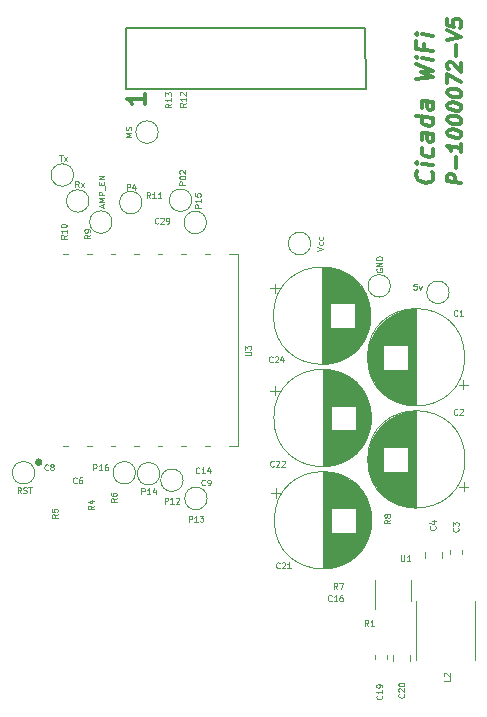
<source format=gto>
G04 #@! TF.GenerationSoftware,KiCad,Pcbnew,(5.1.10)-1*
G04 #@! TF.CreationDate,2022-03-22T13:51:02+05:30*
G04 #@! TF.ProjectId,P-1000072_Cicada Wi-Fi,502d3130-3030-4303-9732-5f4369636164,0.1*
G04 #@! TF.SameCoordinates,PX7cee6c0PY3dfd240*
G04 #@! TF.FileFunction,Legend,Top*
G04 #@! TF.FilePolarity,Positive*
%FSLAX46Y46*%
G04 Gerber Fmt 4.6, Leading zero omitted, Abs format (unit mm)*
G04 Created by KiCad (PCBNEW (5.1.10)-1) date 2022-03-22 13:51:02*
%MOMM*%
%LPD*%
G01*
G04 APERTURE LIST*
%ADD10C,0.350000*%
%ADD11C,0.300000*%
%ADD12C,0.150000*%
%ADD13C,0.120000*%
%ADD14C,0.250000*%
%ADD15C,0.125000*%
%ADD16C,0.062500*%
%ADD17C,0.100000*%
G04 APERTURE END LIST*
D10*
X15778254Y-9669328D02*
X15849682Y-9749685D01*
X15921111Y-9972900D01*
X15921111Y-10115757D01*
X15849682Y-10321114D01*
X15706825Y-10446114D01*
X15563968Y-10499685D01*
X15278254Y-10535400D01*
X15063968Y-10508614D01*
X14778254Y-10401471D01*
X14635397Y-10312185D01*
X14492540Y-10151471D01*
X14421111Y-9928257D01*
X14421111Y-9785400D01*
X14492540Y-9580042D01*
X14563968Y-9517542D01*
X15921111Y-9044328D02*
X14921111Y-8919328D01*
X14421111Y-8856828D02*
X14492540Y-8937185D01*
X14563968Y-8874685D01*
X14492540Y-8794328D01*
X14421111Y-8856828D01*
X14563968Y-8874685D01*
X15849682Y-7678257D02*
X15921111Y-7830042D01*
X15921111Y-8115757D01*
X15849682Y-8249685D01*
X15778254Y-8312185D01*
X15635397Y-8365757D01*
X15206825Y-8312185D01*
X15063968Y-8222900D01*
X14992540Y-8142542D01*
X14921111Y-7990757D01*
X14921111Y-7705042D01*
X14992540Y-7571114D01*
X15921111Y-6401471D02*
X15135397Y-6303257D01*
X14992540Y-6356828D01*
X14921111Y-6490757D01*
X14921111Y-6776471D01*
X14992540Y-6928257D01*
X15849682Y-6392542D02*
X15921111Y-6544328D01*
X15921111Y-6901471D01*
X15849682Y-7035400D01*
X15706825Y-7088971D01*
X15563968Y-7071114D01*
X15421111Y-6981828D01*
X15349682Y-6830042D01*
X15349682Y-6472900D01*
X15278254Y-6321114D01*
X15921111Y-5044328D02*
X14421111Y-4856828D01*
X15849682Y-5035400D02*
X15921111Y-5187185D01*
X15921111Y-5472900D01*
X15849682Y-5606828D01*
X15778254Y-5669328D01*
X15635397Y-5722900D01*
X15206825Y-5669328D01*
X15063968Y-5580042D01*
X14992540Y-5499685D01*
X14921111Y-5347900D01*
X14921111Y-5062185D01*
X14992540Y-4928257D01*
X15921111Y-3687185D02*
X15135397Y-3588971D01*
X14992540Y-3642542D01*
X14921111Y-3776471D01*
X14921111Y-4062185D01*
X14992540Y-4213971D01*
X15849682Y-3678257D02*
X15921111Y-3830042D01*
X15921111Y-4187185D01*
X15849682Y-4321114D01*
X15706825Y-4374685D01*
X15563968Y-4356828D01*
X15421111Y-4267542D01*
X15349682Y-4115757D01*
X15349682Y-3758614D01*
X15278254Y-3606828D01*
X14421111Y-1785400D02*
X15921111Y-1615757D01*
X14849682Y-1196114D01*
X15921111Y-1044328D01*
X14421111Y-499685D01*
X15921111Y-115757D02*
X14921111Y9243D01*
X14421111Y71743D02*
X14492540Y-8614D01*
X14563968Y53886D01*
X14492540Y134243D01*
X14421111Y71743D01*
X14563968Y53886D01*
X15135397Y1196743D02*
X15135397Y696743D01*
X15921111Y598529D02*
X14421111Y786029D01*
X14421111Y1500315D01*
X15921111Y1884243D02*
X14921111Y2009243D01*
X14421111Y2071743D02*
X14492540Y1991386D01*
X14563968Y2053886D01*
X14492540Y2134243D01*
X14421111Y2071743D01*
X14563968Y2053886D01*
D11*
X18282857Y-10572142D02*
X17082857Y-10422142D01*
X17082857Y-9965000D01*
X17140000Y-9857857D01*
X17197142Y-9807857D01*
X17311428Y-9765000D01*
X17482857Y-9786428D01*
X17597142Y-9857857D01*
X17654285Y-9922142D01*
X17711428Y-10043571D01*
X17711428Y-10500714D01*
X17825714Y-9315000D02*
X17825714Y-8400714D01*
X18282857Y-7257857D02*
X18282857Y-7943571D01*
X18282857Y-7600714D02*
X17082857Y-7450714D01*
X17254285Y-7586428D01*
X17368571Y-7715000D01*
X17425714Y-7836428D01*
X17082857Y-6365000D02*
X17082857Y-6250714D01*
X17140000Y-6143571D01*
X17197142Y-6093571D01*
X17311428Y-6050714D01*
X17540000Y-6022142D01*
X17825714Y-6057857D01*
X18054285Y-6143571D01*
X18168571Y-6215000D01*
X18225714Y-6279285D01*
X18282857Y-6400714D01*
X18282857Y-6515000D01*
X18225714Y-6622142D01*
X18168571Y-6672142D01*
X18054285Y-6715000D01*
X17825714Y-6743571D01*
X17540000Y-6707857D01*
X17311428Y-6622142D01*
X17197142Y-6550714D01*
X17140000Y-6486428D01*
X17082857Y-6365000D01*
X17082857Y-5222142D02*
X17082857Y-5107857D01*
X17140000Y-5000714D01*
X17197142Y-4950714D01*
X17311428Y-4907857D01*
X17540000Y-4879285D01*
X17825714Y-4915000D01*
X18054285Y-5000714D01*
X18168571Y-5072142D01*
X18225714Y-5136428D01*
X18282857Y-5257857D01*
X18282857Y-5372142D01*
X18225714Y-5479285D01*
X18168571Y-5529285D01*
X18054285Y-5572142D01*
X17825714Y-5600714D01*
X17540000Y-5565000D01*
X17311428Y-5479285D01*
X17197142Y-5407857D01*
X17140000Y-5343571D01*
X17082857Y-5222142D01*
X17082857Y-4079285D02*
X17082857Y-3965000D01*
X17140000Y-3857857D01*
X17197142Y-3807857D01*
X17311428Y-3765000D01*
X17540000Y-3736428D01*
X17825714Y-3772142D01*
X18054285Y-3857857D01*
X18168571Y-3929285D01*
X18225714Y-3993571D01*
X18282857Y-4115000D01*
X18282857Y-4229285D01*
X18225714Y-4336428D01*
X18168571Y-4386428D01*
X18054285Y-4429285D01*
X17825714Y-4457857D01*
X17540000Y-4422142D01*
X17311428Y-4336428D01*
X17197142Y-4265000D01*
X17140000Y-4200714D01*
X17082857Y-4079285D01*
X17082857Y-2936428D02*
X17082857Y-2822142D01*
X17140000Y-2715000D01*
X17197142Y-2665000D01*
X17311428Y-2622142D01*
X17540000Y-2593571D01*
X17825714Y-2629285D01*
X18054285Y-2715000D01*
X18168571Y-2786428D01*
X18225714Y-2850714D01*
X18282857Y-2972142D01*
X18282857Y-3086428D01*
X18225714Y-3193571D01*
X18168571Y-3243571D01*
X18054285Y-3286428D01*
X17825714Y-3315000D01*
X17540000Y-3279285D01*
X17311428Y-3193571D01*
X17197142Y-3122142D01*
X17140000Y-3057857D01*
X17082857Y-2936428D01*
X17082857Y-2136428D02*
X17082857Y-1336428D01*
X18282857Y-2000714D01*
X17197142Y-950714D02*
X17140000Y-886428D01*
X17082857Y-765000D01*
X17082857Y-479285D01*
X17140000Y-372142D01*
X17197142Y-322142D01*
X17311428Y-279285D01*
X17425714Y-293571D01*
X17597142Y-372142D01*
X18282857Y-1143571D01*
X18282857Y-400714D01*
X17825714Y170715D02*
X17825714Y1085000D01*
X17082857Y1577858D02*
X18282857Y1827858D01*
X17082857Y2377858D01*
X17082857Y3349286D02*
X17082857Y2777858D01*
X17654285Y2649286D01*
X17597142Y2713572D01*
X17540000Y2835000D01*
X17540000Y3120715D01*
X17597142Y3227858D01*
X17654285Y3277858D01*
X17768571Y3320715D01*
X18054285Y3285000D01*
X18168571Y3213572D01*
X18225714Y3149286D01*
X18282857Y3027858D01*
X18282857Y2742143D01*
X18225714Y2635000D01*
X18168571Y2585000D01*
D12*
X10200000Y-2600000D02*
X-10150000Y-2600000D01*
X10150000Y2600000D02*
X10200000Y-2600000D01*
X-10150000Y2600000D02*
X10150000Y2600000D01*
X-10150000Y-2550000D02*
X-10150000Y2600000D01*
D11*
X-8531469Y-3005508D02*
X-8531469Y-3862651D01*
X-8531469Y-3434080D02*
X-10031469Y-3434080D01*
X-9817183Y-3576937D01*
X-9674326Y-3719794D01*
X-9602898Y-3862651D01*
D13*
X14040000Y-45920000D02*
X14040000Y-44160000D01*
X10970000Y-44160000D02*
X10970000Y-46590000D01*
X-15020000Y-32830000D02*
X-15420000Y-32830000D01*
X-3020000Y-16590000D02*
X-3420000Y-16590000D01*
X-9020000Y-32830000D02*
X-9420000Y-32830000D01*
X-15020000Y-16590000D02*
X-15420000Y-16590000D01*
X-7020000Y-16590000D02*
X-7420000Y-16590000D01*
X-7020000Y-32830000D02*
X-7420000Y-32830000D01*
X-3020000Y-32830000D02*
X-3420000Y-32830000D01*
X-1420000Y-16590000D02*
X-600000Y-16590000D01*
X-9020000Y-16590000D02*
X-9420000Y-16590000D01*
X-11020000Y-32830000D02*
X-11420000Y-32830000D01*
X-600000Y-16590000D02*
X-600000Y-32830000D01*
X-600000Y-32830000D02*
X-1420000Y-32830000D01*
X-5020000Y-16590000D02*
X-5420000Y-16590000D01*
X-11020000Y-16590000D02*
X-11420000Y-16590000D01*
X-5020000Y-32830000D02*
X-5420000Y-32830000D01*
X-13020000Y-32830000D02*
X-13420000Y-32830000D01*
X-13020000Y-16590000D02*
X-13420000Y-16590000D01*
D14*
X-17302360Y-34209600D02*
G75*
G03*
X-17302360Y-34209600I-200000J0D01*
G01*
D13*
X-7376120Y-6253480D02*
G75*
G03*
X-7376120Y-6253480I-950000J0D01*
G01*
X-14549080Y-9888220D02*
G75*
G03*
X-14549080Y-9888220I-950000J0D01*
G01*
X-8757880Y-12222480D02*
G75*
G03*
X-8757880Y-12222480I-950000J0D01*
G01*
X-11287720Y-13873480D02*
G75*
G03*
X-11287720Y-13873480I-950000J0D01*
G01*
X-13246060Y-12082780D02*
G75*
G03*
X-13246060Y-12082780I-950000J0D01*
G01*
X-3289260Y-13906500D02*
G75*
G03*
X-3289260Y-13906500I-950000J0D01*
G01*
X-4541480Y-12024360D02*
G75*
G03*
X-4541480Y-12024360I-950000J0D01*
G01*
X-3235920Y-37266880D02*
G75*
G03*
X-3235920Y-37266880I-950000J0D01*
G01*
X-5273000Y-35727640D02*
G75*
G03*
X-5273000Y-35727640I-950000J0D01*
G01*
X-7249120Y-35179000D02*
G75*
G03*
X-7249120Y-35179000I-950000J0D01*
G01*
X-9301440Y-35100260D02*
G75*
G03*
X-9301440Y-35100260I-950000J0D01*
G01*
X-17833300Y-35095180D02*
G75*
G03*
X-17833300Y-35095180I-950000J0D01*
G01*
X5537240Y-15687040D02*
G75*
G03*
X5537240Y-15687040I-950000J0D01*
G01*
X17249180Y-19817080D02*
G75*
G03*
X17249180Y-19817080I-950000J0D01*
G01*
X14440000Y-45950000D02*
X14440000Y-50950000D01*
X19440000Y-45950000D02*
X19440000Y-50950000D01*
X10650400Y-30457140D02*
G75*
G03*
X10650400Y-30457140I-4120000J0D01*
G01*
X6530400Y-26377140D02*
X6530400Y-34537140D01*
X6570400Y-26377140D02*
X6570400Y-34537140D01*
X6610400Y-26377140D02*
X6610400Y-34537140D01*
X6650400Y-26378140D02*
X6650400Y-34536140D01*
X6690400Y-26380140D02*
X6690400Y-34534140D01*
X6730400Y-26381140D02*
X6730400Y-34533140D01*
X6770400Y-26383140D02*
X6770400Y-34531140D01*
X6810400Y-26386140D02*
X6810400Y-34528140D01*
X6850400Y-26389140D02*
X6850400Y-34525140D01*
X6890400Y-26392140D02*
X6890400Y-34522140D01*
X6930400Y-26396140D02*
X6930400Y-34518140D01*
X6970400Y-26400140D02*
X6970400Y-34514140D01*
X7010400Y-26405140D02*
X7010400Y-34509140D01*
X7050400Y-26409140D02*
X7050400Y-34505140D01*
X7090400Y-26415140D02*
X7090400Y-34499140D01*
X7130400Y-26420140D02*
X7130400Y-34494140D01*
X7170400Y-26427140D02*
X7170400Y-34487140D01*
X7210400Y-26433140D02*
X7210400Y-34481140D01*
X7251400Y-26440140D02*
X7251400Y-29417140D01*
X7251400Y-31497140D02*
X7251400Y-34474140D01*
X7291400Y-26447140D02*
X7291400Y-29417140D01*
X7291400Y-31497140D02*
X7291400Y-34467140D01*
X7331400Y-26455140D02*
X7331400Y-29417140D01*
X7331400Y-31497140D02*
X7331400Y-34459140D01*
X7371400Y-26463140D02*
X7371400Y-29417140D01*
X7371400Y-31497140D02*
X7371400Y-34451140D01*
X7411400Y-26472140D02*
X7411400Y-29417140D01*
X7411400Y-31497140D02*
X7411400Y-34442140D01*
X7451400Y-26481140D02*
X7451400Y-29417140D01*
X7451400Y-31497140D02*
X7451400Y-34433140D01*
X7491400Y-26490140D02*
X7491400Y-29417140D01*
X7491400Y-31497140D02*
X7491400Y-34424140D01*
X7531400Y-26500140D02*
X7531400Y-29417140D01*
X7531400Y-31497140D02*
X7531400Y-34414140D01*
X7571400Y-26510140D02*
X7571400Y-29417140D01*
X7571400Y-31497140D02*
X7571400Y-34404140D01*
X7611400Y-26521140D02*
X7611400Y-29417140D01*
X7611400Y-31497140D02*
X7611400Y-34393140D01*
X7651400Y-26532140D02*
X7651400Y-29417140D01*
X7651400Y-31497140D02*
X7651400Y-34382140D01*
X7691400Y-26543140D02*
X7691400Y-29417140D01*
X7691400Y-31497140D02*
X7691400Y-34371140D01*
X7731400Y-26555140D02*
X7731400Y-29417140D01*
X7731400Y-31497140D02*
X7731400Y-34359140D01*
X7771400Y-26568140D02*
X7771400Y-29417140D01*
X7771400Y-31497140D02*
X7771400Y-34346140D01*
X7811400Y-26580140D02*
X7811400Y-29417140D01*
X7811400Y-31497140D02*
X7811400Y-34334140D01*
X7851400Y-26594140D02*
X7851400Y-29417140D01*
X7851400Y-31497140D02*
X7851400Y-34320140D01*
X7891400Y-26607140D02*
X7891400Y-29417140D01*
X7891400Y-31497140D02*
X7891400Y-34307140D01*
X7931400Y-26622140D02*
X7931400Y-29417140D01*
X7931400Y-31497140D02*
X7931400Y-34292140D01*
X7971400Y-26636140D02*
X7971400Y-29417140D01*
X7971400Y-31497140D02*
X7971400Y-34278140D01*
X8011400Y-26652140D02*
X8011400Y-29417140D01*
X8011400Y-31497140D02*
X8011400Y-34262140D01*
X8051400Y-26667140D02*
X8051400Y-29417140D01*
X8051400Y-31497140D02*
X8051400Y-34247140D01*
X8091400Y-26683140D02*
X8091400Y-29417140D01*
X8091400Y-31497140D02*
X8091400Y-34231140D01*
X8131400Y-26700140D02*
X8131400Y-29417140D01*
X8131400Y-31497140D02*
X8131400Y-34214140D01*
X8171400Y-26717140D02*
X8171400Y-29417140D01*
X8171400Y-31497140D02*
X8171400Y-34197140D01*
X8211400Y-26735140D02*
X8211400Y-29417140D01*
X8211400Y-31497140D02*
X8211400Y-34179140D01*
X8251400Y-26753140D02*
X8251400Y-29417140D01*
X8251400Y-31497140D02*
X8251400Y-34161140D01*
X8291400Y-26771140D02*
X8291400Y-29417140D01*
X8291400Y-31497140D02*
X8291400Y-34143140D01*
X8331400Y-26791140D02*
X8331400Y-29417140D01*
X8331400Y-31497140D02*
X8331400Y-34123140D01*
X8371400Y-26810140D02*
X8371400Y-29417140D01*
X8371400Y-31497140D02*
X8371400Y-34104140D01*
X8411400Y-26830140D02*
X8411400Y-29417140D01*
X8411400Y-31497140D02*
X8411400Y-34084140D01*
X8451400Y-26851140D02*
X8451400Y-29417140D01*
X8451400Y-31497140D02*
X8451400Y-34063140D01*
X8491400Y-26873140D02*
X8491400Y-29417140D01*
X8491400Y-31497140D02*
X8491400Y-34041140D01*
X8531400Y-26895140D02*
X8531400Y-29417140D01*
X8531400Y-31497140D02*
X8531400Y-34019140D01*
X8571400Y-26917140D02*
X8571400Y-29417140D01*
X8571400Y-31497140D02*
X8571400Y-33997140D01*
X8611400Y-26940140D02*
X8611400Y-29417140D01*
X8611400Y-31497140D02*
X8611400Y-33974140D01*
X8651400Y-26964140D02*
X8651400Y-29417140D01*
X8651400Y-31497140D02*
X8651400Y-33950140D01*
X8691400Y-26988140D02*
X8691400Y-29417140D01*
X8691400Y-31497140D02*
X8691400Y-33926140D01*
X8731400Y-27013140D02*
X8731400Y-29417140D01*
X8731400Y-31497140D02*
X8731400Y-33901140D01*
X8771400Y-27039140D02*
X8771400Y-29417140D01*
X8771400Y-31497140D02*
X8771400Y-33875140D01*
X8811400Y-27065140D02*
X8811400Y-29417140D01*
X8811400Y-31497140D02*
X8811400Y-33849140D01*
X8851400Y-27092140D02*
X8851400Y-29417140D01*
X8851400Y-31497140D02*
X8851400Y-33822140D01*
X8891400Y-27119140D02*
X8891400Y-29417140D01*
X8891400Y-31497140D02*
X8891400Y-33795140D01*
X8931400Y-27148140D02*
X8931400Y-29417140D01*
X8931400Y-31497140D02*
X8931400Y-33766140D01*
X8971400Y-27177140D02*
X8971400Y-29417140D01*
X8971400Y-31497140D02*
X8971400Y-33737140D01*
X9011400Y-27207140D02*
X9011400Y-29417140D01*
X9011400Y-31497140D02*
X9011400Y-33707140D01*
X9051400Y-27237140D02*
X9051400Y-29417140D01*
X9051400Y-31497140D02*
X9051400Y-33677140D01*
X9091400Y-27268140D02*
X9091400Y-29417140D01*
X9091400Y-31497140D02*
X9091400Y-33646140D01*
X9131400Y-27301140D02*
X9131400Y-29417140D01*
X9131400Y-31497140D02*
X9131400Y-33613140D01*
X9171400Y-27333140D02*
X9171400Y-29417140D01*
X9171400Y-31497140D02*
X9171400Y-33581140D01*
X9211400Y-27367140D02*
X9211400Y-29417140D01*
X9211400Y-31497140D02*
X9211400Y-33547140D01*
X9251400Y-27402140D02*
X9251400Y-29417140D01*
X9251400Y-31497140D02*
X9251400Y-33512140D01*
X9291400Y-27438140D02*
X9291400Y-29417140D01*
X9291400Y-31497140D02*
X9291400Y-33476140D01*
X9331400Y-27474140D02*
X9331400Y-33440140D01*
X9371400Y-27512140D02*
X9371400Y-33402140D01*
X9411400Y-27550140D02*
X9411400Y-33364140D01*
X9451400Y-27590140D02*
X9451400Y-33324140D01*
X9491400Y-27631140D02*
X9491400Y-33283140D01*
X9531400Y-27673140D02*
X9531400Y-33241140D01*
X9571400Y-27716140D02*
X9571400Y-33198140D01*
X9611400Y-27760140D02*
X9611400Y-33154140D01*
X9651400Y-27806140D02*
X9651400Y-33108140D01*
X9691400Y-27853140D02*
X9691400Y-33061140D01*
X9731400Y-27901140D02*
X9731400Y-33013140D01*
X9771400Y-27952140D02*
X9771400Y-32962140D01*
X9811400Y-28003140D02*
X9811400Y-32911140D01*
X9851400Y-28057140D02*
X9851400Y-32857140D01*
X9891400Y-28112140D02*
X9891400Y-32802140D01*
X9931400Y-28170140D02*
X9931400Y-32744140D01*
X9971400Y-28229140D02*
X9971400Y-32685140D01*
X10011400Y-28291140D02*
X10011400Y-32623140D01*
X10051400Y-28355140D02*
X10051400Y-32559140D01*
X10091400Y-28423140D02*
X10091400Y-32491140D01*
X10131400Y-28493140D02*
X10131400Y-32421140D01*
X10171400Y-28567140D02*
X10171400Y-32347140D01*
X10211400Y-28644140D02*
X10211400Y-32270140D01*
X10251400Y-28726140D02*
X10251400Y-32188140D01*
X10291400Y-28812140D02*
X10291400Y-32102140D01*
X10331400Y-28905140D02*
X10331400Y-32009140D01*
X10371400Y-29004140D02*
X10371400Y-31910140D01*
X10411400Y-29111140D02*
X10411400Y-31803140D01*
X10451400Y-29228140D02*
X10451400Y-31686140D01*
X10491400Y-29359140D02*
X10491400Y-31555140D01*
X10531400Y-29509140D02*
X10531400Y-31405140D01*
X10571400Y-29689140D02*
X10571400Y-31225140D01*
X10611400Y-29924140D02*
X10611400Y-30990140D01*
X2120702Y-28142140D02*
X2920702Y-28142140D01*
X2520702Y-27742140D02*
X2520702Y-28542140D01*
X10609760Y-21798280D02*
G75*
G03*
X10609760Y-21798280I-4120000J0D01*
G01*
X6489760Y-17718280D02*
X6489760Y-25878280D01*
X6529760Y-17718280D02*
X6529760Y-25878280D01*
X6569760Y-17718280D02*
X6569760Y-25878280D01*
X6609760Y-17719280D02*
X6609760Y-25877280D01*
X6649760Y-17721280D02*
X6649760Y-25875280D01*
X6689760Y-17722280D02*
X6689760Y-25874280D01*
X6729760Y-17724280D02*
X6729760Y-25872280D01*
X6769760Y-17727280D02*
X6769760Y-25869280D01*
X6809760Y-17730280D02*
X6809760Y-25866280D01*
X6849760Y-17733280D02*
X6849760Y-25863280D01*
X6889760Y-17737280D02*
X6889760Y-25859280D01*
X6929760Y-17741280D02*
X6929760Y-25855280D01*
X6969760Y-17746280D02*
X6969760Y-25850280D01*
X7009760Y-17750280D02*
X7009760Y-25846280D01*
X7049760Y-17756280D02*
X7049760Y-25840280D01*
X7089760Y-17761280D02*
X7089760Y-25835280D01*
X7129760Y-17768280D02*
X7129760Y-25828280D01*
X7169760Y-17774280D02*
X7169760Y-25822280D01*
X7210760Y-17781280D02*
X7210760Y-20758280D01*
X7210760Y-22838280D02*
X7210760Y-25815280D01*
X7250760Y-17788280D02*
X7250760Y-20758280D01*
X7250760Y-22838280D02*
X7250760Y-25808280D01*
X7290760Y-17796280D02*
X7290760Y-20758280D01*
X7290760Y-22838280D02*
X7290760Y-25800280D01*
X7330760Y-17804280D02*
X7330760Y-20758280D01*
X7330760Y-22838280D02*
X7330760Y-25792280D01*
X7370760Y-17813280D02*
X7370760Y-20758280D01*
X7370760Y-22838280D02*
X7370760Y-25783280D01*
X7410760Y-17822280D02*
X7410760Y-20758280D01*
X7410760Y-22838280D02*
X7410760Y-25774280D01*
X7450760Y-17831280D02*
X7450760Y-20758280D01*
X7450760Y-22838280D02*
X7450760Y-25765280D01*
X7490760Y-17841280D02*
X7490760Y-20758280D01*
X7490760Y-22838280D02*
X7490760Y-25755280D01*
X7530760Y-17851280D02*
X7530760Y-20758280D01*
X7530760Y-22838280D02*
X7530760Y-25745280D01*
X7570760Y-17862280D02*
X7570760Y-20758280D01*
X7570760Y-22838280D02*
X7570760Y-25734280D01*
X7610760Y-17873280D02*
X7610760Y-20758280D01*
X7610760Y-22838280D02*
X7610760Y-25723280D01*
X7650760Y-17884280D02*
X7650760Y-20758280D01*
X7650760Y-22838280D02*
X7650760Y-25712280D01*
X7690760Y-17896280D02*
X7690760Y-20758280D01*
X7690760Y-22838280D02*
X7690760Y-25700280D01*
X7730760Y-17909280D02*
X7730760Y-20758280D01*
X7730760Y-22838280D02*
X7730760Y-25687280D01*
X7770760Y-17921280D02*
X7770760Y-20758280D01*
X7770760Y-22838280D02*
X7770760Y-25675280D01*
X7810760Y-17935280D02*
X7810760Y-20758280D01*
X7810760Y-22838280D02*
X7810760Y-25661280D01*
X7850760Y-17948280D02*
X7850760Y-20758280D01*
X7850760Y-22838280D02*
X7850760Y-25648280D01*
X7890760Y-17963280D02*
X7890760Y-20758280D01*
X7890760Y-22838280D02*
X7890760Y-25633280D01*
X7930760Y-17977280D02*
X7930760Y-20758280D01*
X7930760Y-22838280D02*
X7930760Y-25619280D01*
X7970760Y-17993280D02*
X7970760Y-20758280D01*
X7970760Y-22838280D02*
X7970760Y-25603280D01*
X8010760Y-18008280D02*
X8010760Y-20758280D01*
X8010760Y-22838280D02*
X8010760Y-25588280D01*
X8050760Y-18024280D02*
X8050760Y-20758280D01*
X8050760Y-22838280D02*
X8050760Y-25572280D01*
X8090760Y-18041280D02*
X8090760Y-20758280D01*
X8090760Y-22838280D02*
X8090760Y-25555280D01*
X8130760Y-18058280D02*
X8130760Y-20758280D01*
X8130760Y-22838280D02*
X8130760Y-25538280D01*
X8170760Y-18076280D02*
X8170760Y-20758280D01*
X8170760Y-22838280D02*
X8170760Y-25520280D01*
X8210760Y-18094280D02*
X8210760Y-20758280D01*
X8210760Y-22838280D02*
X8210760Y-25502280D01*
X8250760Y-18112280D02*
X8250760Y-20758280D01*
X8250760Y-22838280D02*
X8250760Y-25484280D01*
X8290760Y-18132280D02*
X8290760Y-20758280D01*
X8290760Y-22838280D02*
X8290760Y-25464280D01*
X8330760Y-18151280D02*
X8330760Y-20758280D01*
X8330760Y-22838280D02*
X8330760Y-25445280D01*
X8370760Y-18171280D02*
X8370760Y-20758280D01*
X8370760Y-22838280D02*
X8370760Y-25425280D01*
X8410760Y-18192280D02*
X8410760Y-20758280D01*
X8410760Y-22838280D02*
X8410760Y-25404280D01*
X8450760Y-18214280D02*
X8450760Y-20758280D01*
X8450760Y-22838280D02*
X8450760Y-25382280D01*
X8490760Y-18236280D02*
X8490760Y-20758280D01*
X8490760Y-22838280D02*
X8490760Y-25360280D01*
X8530760Y-18258280D02*
X8530760Y-20758280D01*
X8530760Y-22838280D02*
X8530760Y-25338280D01*
X8570760Y-18281280D02*
X8570760Y-20758280D01*
X8570760Y-22838280D02*
X8570760Y-25315280D01*
X8610760Y-18305280D02*
X8610760Y-20758280D01*
X8610760Y-22838280D02*
X8610760Y-25291280D01*
X8650760Y-18329280D02*
X8650760Y-20758280D01*
X8650760Y-22838280D02*
X8650760Y-25267280D01*
X8690760Y-18354280D02*
X8690760Y-20758280D01*
X8690760Y-22838280D02*
X8690760Y-25242280D01*
X8730760Y-18380280D02*
X8730760Y-20758280D01*
X8730760Y-22838280D02*
X8730760Y-25216280D01*
X8770760Y-18406280D02*
X8770760Y-20758280D01*
X8770760Y-22838280D02*
X8770760Y-25190280D01*
X8810760Y-18433280D02*
X8810760Y-20758280D01*
X8810760Y-22838280D02*
X8810760Y-25163280D01*
X8850760Y-18460280D02*
X8850760Y-20758280D01*
X8850760Y-22838280D02*
X8850760Y-25136280D01*
X8890760Y-18489280D02*
X8890760Y-20758280D01*
X8890760Y-22838280D02*
X8890760Y-25107280D01*
X8930760Y-18518280D02*
X8930760Y-20758280D01*
X8930760Y-22838280D02*
X8930760Y-25078280D01*
X8970760Y-18548280D02*
X8970760Y-20758280D01*
X8970760Y-22838280D02*
X8970760Y-25048280D01*
X9010760Y-18578280D02*
X9010760Y-20758280D01*
X9010760Y-22838280D02*
X9010760Y-25018280D01*
X9050760Y-18609280D02*
X9050760Y-20758280D01*
X9050760Y-22838280D02*
X9050760Y-24987280D01*
X9090760Y-18642280D02*
X9090760Y-20758280D01*
X9090760Y-22838280D02*
X9090760Y-24954280D01*
X9130760Y-18674280D02*
X9130760Y-20758280D01*
X9130760Y-22838280D02*
X9130760Y-24922280D01*
X9170760Y-18708280D02*
X9170760Y-20758280D01*
X9170760Y-22838280D02*
X9170760Y-24888280D01*
X9210760Y-18743280D02*
X9210760Y-20758280D01*
X9210760Y-22838280D02*
X9210760Y-24853280D01*
X9250760Y-18779280D02*
X9250760Y-20758280D01*
X9250760Y-22838280D02*
X9250760Y-24817280D01*
X9290760Y-18815280D02*
X9290760Y-24781280D01*
X9330760Y-18853280D02*
X9330760Y-24743280D01*
X9370760Y-18891280D02*
X9370760Y-24705280D01*
X9410760Y-18931280D02*
X9410760Y-24665280D01*
X9450760Y-18972280D02*
X9450760Y-24624280D01*
X9490760Y-19014280D02*
X9490760Y-24582280D01*
X9530760Y-19057280D02*
X9530760Y-24539280D01*
X9570760Y-19101280D02*
X9570760Y-24495280D01*
X9610760Y-19147280D02*
X9610760Y-24449280D01*
X9650760Y-19194280D02*
X9650760Y-24402280D01*
X9690760Y-19242280D02*
X9690760Y-24354280D01*
X9730760Y-19293280D02*
X9730760Y-24303280D01*
X9770760Y-19344280D02*
X9770760Y-24252280D01*
X9810760Y-19398280D02*
X9810760Y-24198280D01*
X9850760Y-19453280D02*
X9850760Y-24143280D01*
X9890760Y-19511280D02*
X9890760Y-24085280D01*
X9930760Y-19570280D02*
X9930760Y-24026280D01*
X9970760Y-19632280D02*
X9970760Y-23964280D01*
X10010760Y-19696280D02*
X10010760Y-23900280D01*
X10050760Y-19764280D02*
X10050760Y-23832280D01*
X10090760Y-19834280D02*
X10090760Y-23762280D01*
X10130760Y-19908280D02*
X10130760Y-23688280D01*
X10170760Y-19985280D02*
X10170760Y-23611280D01*
X10210760Y-20067280D02*
X10210760Y-23529280D01*
X10250760Y-20153280D02*
X10250760Y-23443280D01*
X10290760Y-20246280D02*
X10290760Y-23350280D01*
X10330760Y-20345280D02*
X10330760Y-23251280D01*
X10370760Y-20452280D02*
X10370760Y-23144280D01*
X10410760Y-20569280D02*
X10410760Y-23027280D01*
X10450760Y-20700280D02*
X10450760Y-22896280D01*
X10490760Y-20850280D02*
X10490760Y-22746280D01*
X10530760Y-21030280D02*
X10530760Y-22566280D01*
X10570760Y-21265280D02*
X10570760Y-22331280D01*
X2080062Y-19483280D02*
X2880062Y-19483280D01*
X2480062Y-19083280D02*
X2480062Y-19883280D01*
X12283480Y-19273520D02*
G75*
G03*
X12283480Y-19273520I-950000J0D01*
G01*
X18462238Y-28033720D02*
X18462238Y-27233720D01*
X18862238Y-27633720D02*
X18062238Y-27633720D01*
X10371540Y-25851720D02*
X10371540Y-24785720D01*
X10411540Y-26086720D02*
X10411540Y-24550720D01*
X10451540Y-26266720D02*
X10451540Y-24370720D01*
X10491540Y-26416720D02*
X10491540Y-24220720D01*
X10531540Y-26547720D02*
X10531540Y-24089720D01*
X10571540Y-26664720D02*
X10571540Y-23972720D01*
X10611540Y-26771720D02*
X10611540Y-23865720D01*
X10651540Y-26870720D02*
X10651540Y-23766720D01*
X10691540Y-26963720D02*
X10691540Y-23673720D01*
X10731540Y-27049720D02*
X10731540Y-23587720D01*
X10771540Y-27131720D02*
X10771540Y-23505720D01*
X10811540Y-27208720D02*
X10811540Y-23428720D01*
X10851540Y-27282720D02*
X10851540Y-23354720D01*
X10891540Y-27352720D02*
X10891540Y-23284720D01*
X10931540Y-27420720D02*
X10931540Y-23216720D01*
X10971540Y-27484720D02*
X10971540Y-23152720D01*
X11011540Y-27546720D02*
X11011540Y-23090720D01*
X11051540Y-27605720D02*
X11051540Y-23031720D01*
X11091540Y-27663720D02*
X11091540Y-22973720D01*
X11131540Y-27718720D02*
X11131540Y-22918720D01*
X11171540Y-27772720D02*
X11171540Y-22864720D01*
X11211540Y-27823720D02*
X11211540Y-22813720D01*
X11251540Y-27874720D02*
X11251540Y-22762720D01*
X11291540Y-27922720D02*
X11291540Y-22714720D01*
X11331540Y-27969720D02*
X11331540Y-22667720D01*
X11371540Y-28015720D02*
X11371540Y-22621720D01*
X11411540Y-28059720D02*
X11411540Y-22577720D01*
X11451540Y-28102720D02*
X11451540Y-22534720D01*
X11491540Y-28144720D02*
X11491540Y-22492720D01*
X11531540Y-28185720D02*
X11531540Y-22451720D01*
X11571540Y-28225720D02*
X11571540Y-22411720D01*
X11611540Y-28263720D02*
X11611540Y-22373720D01*
X11651540Y-28301720D02*
X11651540Y-22335720D01*
X11691540Y-24278720D02*
X11691540Y-22299720D01*
X11691540Y-28337720D02*
X11691540Y-26358720D01*
X11731540Y-24278720D02*
X11731540Y-22263720D01*
X11731540Y-28373720D02*
X11731540Y-26358720D01*
X11771540Y-24278720D02*
X11771540Y-22228720D01*
X11771540Y-28408720D02*
X11771540Y-26358720D01*
X11811540Y-24278720D02*
X11811540Y-22194720D01*
X11811540Y-28442720D02*
X11811540Y-26358720D01*
X11851540Y-24278720D02*
X11851540Y-22162720D01*
X11851540Y-28474720D02*
X11851540Y-26358720D01*
X11891540Y-24278720D02*
X11891540Y-22129720D01*
X11891540Y-28507720D02*
X11891540Y-26358720D01*
X11931540Y-24278720D02*
X11931540Y-22098720D01*
X11931540Y-28538720D02*
X11931540Y-26358720D01*
X11971540Y-24278720D02*
X11971540Y-22068720D01*
X11971540Y-28568720D02*
X11971540Y-26358720D01*
X12011540Y-24278720D02*
X12011540Y-22038720D01*
X12011540Y-28598720D02*
X12011540Y-26358720D01*
X12051540Y-24278720D02*
X12051540Y-22009720D01*
X12051540Y-28627720D02*
X12051540Y-26358720D01*
X12091540Y-24278720D02*
X12091540Y-21980720D01*
X12091540Y-28656720D02*
X12091540Y-26358720D01*
X12131540Y-24278720D02*
X12131540Y-21953720D01*
X12131540Y-28683720D02*
X12131540Y-26358720D01*
X12171540Y-24278720D02*
X12171540Y-21926720D01*
X12171540Y-28710720D02*
X12171540Y-26358720D01*
X12211540Y-24278720D02*
X12211540Y-21900720D01*
X12211540Y-28736720D02*
X12211540Y-26358720D01*
X12251540Y-24278720D02*
X12251540Y-21874720D01*
X12251540Y-28762720D02*
X12251540Y-26358720D01*
X12291540Y-24278720D02*
X12291540Y-21849720D01*
X12291540Y-28787720D02*
X12291540Y-26358720D01*
X12331540Y-24278720D02*
X12331540Y-21825720D01*
X12331540Y-28811720D02*
X12331540Y-26358720D01*
X12371540Y-24278720D02*
X12371540Y-21801720D01*
X12371540Y-28835720D02*
X12371540Y-26358720D01*
X12411540Y-24278720D02*
X12411540Y-21778720D01*
X12411540Y-28858720D02*
X12411540Y-26358720D01*
X12451540Y-24278720D02*
X12451540Y-21756720D01*
X12451540Y-28880720D02*
X12451540Y-26358720D01*
X12491540Y-24278720D02*
X12491540Y-21734720D01*
X12491540Y-28902720D02*
X12491540Y-26358720D01*
X12531540Y-24278720D02*
X12531540Y-21712720D01*
X12531540Y-28924720D02*
X12531540Y-26358720D01*
X12571540Y-24278720D02*
X12571540Y-21691720D01*
X12571540Y-28945720D02*
X12571540Y-26358720D01*
X12611540Y-24278720D02*
X12611540Y-21671720D01*
X12611540Y-28965720D02*
X12611540Y-26358720D01*
X12651540Y-24278720D02*
X12651540Y-21652720D01*
X12651540Y-28984720D02*
X12651540Y-26358720D01*
X12691540Y-24278720D02*
X12691540Y-21632720D01*
X12691540Y-29004720D02*
X12691540Y-26358720D01*
X12731540Y-24278720D02*
X12731540Y-21614720D01*
X12731540Y-29022720D02*
X12731540Y-26358720D01*
X12771540Y-24278720D02*
X12771540Y-21596720D01*
X12771540Y-29040720D02*
X12771540Y-26358720D01*
X12811540Y-24278720D02*
X12811540Y-21578720D01*
X12811540Y-29058720D02*
X12811540Y-26358720D01*
X12851540Y-24278720D02*
X12851540Y-21561720D01*
X12851540Y-29075720D02*
X12851540Y-26358720D01*
X12891540Y-24278720D02*
X12891540Y-21544720D01*
X12891540Y-29092720D02*
X12891540Y-26358720D01*
X12931540Y-24278720D02*
X12931540Y-21528720D01*
X12931540Y-29108720D02*
X12931540Y-26358720D01*
X12971540Y-24278720D02*
X12971540Y-21513720D01*
X12971540Y-29123720D02*
X12971540Y-26358720D01*
X13011540Y-24278720D02*
X13011540Y-21497720D01*
X13011540Y-29139720D02*
X13011540Y-26358720D01*
X13051540Y-24278720D02*
X13051540Y-21483720D01*
X13051540Y-29153720D02*
X13051540Y-26358720D01*
X13091540Y-24278720D02*
X13091540Y-21468720D01*
X13091540Y-29168720D02*
X13091540Y-26358720D01*
X13131540Y-24278720D02*
X13131540Y-21455720D01*
X13131540Y-29181720D02*
X13131540Y-26358720D01*
X13171540Y-24278720D02*
X13171540Y-21441720D01*
X13171540Y-29195720D02*
X13171540Y-26358720D01*
X13211540Y-24278720D02*
X13211540Y-21429720D01*
X13211540Y-29207720D02*
X13211540Y-26358720D01*
X13251540Y-24278720D02*
X13251540Y-21416720D01*
X13251540Y-29220720D02*
X13251540Y-26358720D01*
X13291540Y-24278720D02*
X13291540Y-21404720D01*
X13291540Y-29232720D02*
X13291540Y-26358720D01*
X13331540Y-24278720D02*
X13331540Y-21393720D01*
X13331540Y-29243720D02*
X13331540Y-26358720D01*
X13371540Y-24278720D02*
X13371540Y-21382720D01*
X13371540Y-29254720D02*
X13371540Y-26358720D01*
X13411540Y-24278720D02*
X13411540Y-21371720D01*
X13411540Y-29265720D02*
X13411540Y-26358720D01*
X13451540Y-24278720D02*
X13451540Y-21361720D01*
X13451540Y-29275720D02*
X13451540Y-26358720D01*
X13491540Y-24278720D02*
X13491540Y-21351720D01*
X13491540Y-29285720D02*
X13491540Y-26358720D01*
X13531540Y-24278720D02*
X13531540Y-21342720D01*
X13531540Y-29294720D02*
X13531540Y-26358720D01*
X13571540Y-24278720D02*
X13571540Y-21333720D01*
X13571540Y-29303720D02*
X13571540Y-26358720D01*
X13611540Y-24278720D02*
X13611540Y-21324720D01*
X13611540Y-29312720D02*
X13611540Y-26358720D01*
X13651540Y-24278720D02*
X13651540Y-21316720D01*
X13651540Y-29320720D02*
X13651540Y-26358720D01*
X13691540Y-24278720D02*
X13691540Y-21308720D01*
X13691540Y-29328720D02*
X13691540Y-26358720D01*
X13731540Y-24278720D02*
X13731540Y-21301720D01*
X13731540Y-29335720D02*
X13731540Y-26358720D01*
X13772540Y-29342720D02*
X13772540Y-21294720D01*
X13812540Y-29348720D02*
X13812540Y-21288720D01*
X13852540Y-29355720D02*
X13852540Y-21281720D01*
X13892540Y-29360720D02*
X13892540Y-21276720D01*
X13932540Y-29366720D02*
X13932540Y-21270720D01*
X13972540Y-29370720D02*
X13972540Y-21266720D01*
X14012540Y-29375720D02*
X14012540Y-21261720D01*
X14052540Y-29379720D02*
X14052540Y-21257720D01*
X14092540Y-29383720D02*
X14092540Y-21253720D01*
X14132540Y-29386720D02*
X14132540Y-21250720D01*
X14172540Y-29389720D02*
X14172540Y-21247720D01*
X14212540Y-29392720D02*
X14212540Y-21244720D01*
X14252540Y-29394720D02*
X14252540Y-21242720D01*
X14292540Y-29395720D02*
X14292540Y-21241720D01*
X14332540Y-29397720D02*
X14332540Y-21239720D01*
X14372540Y-29398720D02*
X14372540Y-21238720D01*
X14412540Y-29398720D02*
X14412540Y-21238720D01*
X14452540Y-29398720D02*
X14452540Y-21238720D01*
X18572540Y-25318720D02*
G75*
G03*
X18572540Y-25318720I-4120000J0D01*
G01*
X18592860Y-33962340D02*
G75*
G03*
X18592860Y-33962340I-4120000J0D01*
G01*
X14472860Y-38042340D02*
X14472860Y-29882340D01*
X14432860Y-38042340D02*
X14432860Y-29882340D01*
X14392860Y-38042340D02*
X14392860Y-29882340D01*
X14352860Y-38041340D02*
X14352860Y-29883340D01*
X14312860Y-38039340D02*
X14312860Y-29885340D01*
X14272860Y-38038340D02*
X14272860Y-29886340D01*
X14232860Y-38036340D02*
X14232860Y-29888340D01*
X14192860Y-38033340D02*
X14192860Y-29891340D01*
X14152860Y-38030340D02*
X14152860Y-29894340D01*
X14112860Y-38027340D02*
X14112860Y-29897340D01*
X14072860Y-38023340D02*
X14072860Y-29901340D01*
X14032860Y-38019340D02*
X14032860Y-29905340D01*
X13992860Y-38014340D02*
X13992860Y-29910340D01*
X13952860Y-38010340D02*
X13952860Y-29914340D01*
X13912860Y-38004340D02*
X13912860Y-29920340D01*
X13872860Y-37999340D02*
X13872860Y-29925340D01*
X13832860Y-37992340D02*
X13832860Y-29932340D01*
X13792860Y-37986340D02*
X13792860Y-29938340D01*
X13751860Y-37979340D02*
X13751860Y-35002340D01*
X13751860Y-32922340D02*
X13751860Y-29945340D01*
X13711860Y-37972340D02*
X13711860Y-35002340D01*
X13711860Y-32922340D02*
X13711860Y-29952340D01*
X13671860Y-37964340D02*
X13671860Y-35002340D01*
X13671860Y-32922340D02*
X13671860Y-29960340D01*
X13631860Y-37956340D02*
X13631860Y-35002340D01*
X13631860Y-32922340D02*
X13631860Y-29968340D01*
X13591860Y-37947340D02*
X13591860Y-35002340D01*
X13591860Y-32922340D02*
X13591860Y-29977340D01*
X13551860Y-37938340D02*
X13551860Y-35002340D01*
X13551860Y-32922340D02*
X13551860Y-29986340D01*
X13511860Y-37929340D02*
X13511860Y-35002340D01*
X13511860Y-32922340D02*
X13511860Y-29995340D01*
X13471860Y-37919340D02*
X13471860Y-35002340D01*
X13471860Y-32922340D02*
X13471860Y-30005340D01*
X13431860Y-37909340D02*
X13431860Y-35002340D01*
X13431860Y-32922340D02*
X13431860Y-30015340D01*
X13391860Y-37898340D02*
X13391860Y-35002340D01*
X13391860Y-32922340D02*
X13391860Y-30026340D01*
X13351860Y-37887340D02*
X13351860Y-35002340D01*
X13351860Y-32922340D02*
X13351860Y-30037340D01*
X13311860Y-37876340D02*
X13311860Y-35002340D01*
X13311860Y-32922340D02*
X13311860Y-30048340D01*
X13271860Y-37864340D02*
X13271860Y-35002340D01*
X13271860Y-32922340D02*
X13271860Y-30060340D01*
X13231860Y-37851340D02*
X13231860Y-35002340D01*
X13231860Y-32922340D02*
X13231860Y-30073340D01*
X13191860Y-37839340D02*
X13191860Y-35002340D01*
X13191860Y-32922340D02*
X13191860Y-30085340D01*
X13151860Y-37825340D02*
X13151860Y-35002340D01*
X13151860Y-32922340D02*
X13151860Y-30099340D01*
X13111860Y-37812340D02*
X13111860Y-35002340D01*
X13111860Y-32922340D02*
X13111860Y-30112340D01*
X13071860Y-37797340D02*
X13071860Y-35002340D01*
X13071860Y-32922340D02*
X13071860Y-30127340D01*
X13031860Y-37783340D02*
X13031860Y-35002340D01*
X13031860Y-32922340D02*
X13031860Y-30141340D01*
X12991860Y-37767340D02*
X12991860Y-35002340D01*
X12991860Y-32922340D02*
X12991860Y-30157340D01*
X12951860Y-37752340D02*
X12951860Y-35002340D01*
X12951860Y-32922340D02*
X12951860Y-30172340D01*
X12911860Y-37736340D02*
X12911860Y-35002340D01*
X12911860Y-32922340D02*
X12911860Y-30188340D01*
X12871860Y-37719340D02*
X12871860Y-35002340D01*
X12871860Y-32922340D02*
X12871860Y-30205340D01*
X12831860Y-37702340D02*
X12831860Y-35002340D01*
X12831860Y-32922340D02*
X12831860Y-30222340D01*
X12791860Y-37684340D02*
X12791860Y-35002340D01*
X12791860Y-32922340D02*
X12791860Y-30240340D01*
X12751860Y-37666340D02*
X12751860Y-35002340D01*
X12751860Y-32922340D02*
X12751860Y-30258340D01*
X12711860Y-37648340D02*
X12711860Y-35002340D01*
X12711860Y-32922340D02*
X12711860Y-30276340D01*
X12671860Y-37628340D02*
X12671860Y-35002340D01*
X12671860Y-32922340D02*
X12671860Y-30296340D01*
X12631860Y-37609340D02*
X12631860Y-35002340D01*
X12631860Y-32922340D02*
X12631860Y-30315340D01*
X12591860Y-37589340D02*
X12591860Y-35002340D01*
X12591860Y-32922340D02*
X12591860Y-30335340D01*
X12551860Y-37568340D02*
X12551860Y-35002340D01*
X12551860Y-32922340D02*
X12551860Y-30356340D01*
X12511860Y-37546340D02*
X12511860Y-35002340D01*
X12511860Y-32922340D02*
X12511860Y-30378340D01*
X12471860Y-37524340D02*
X12471860Y-35002340D01*
X12471860Y-32922340D02*
X12471860Y-30400340D01*
X12431860Y-37502340D02*
X12431860Y-35002340D01*
X12431860Y-32922340D02*
X12431860Y-30422340D01*
X12391860Y-37479340D02*
X12391860Y-35002340D01*
X12391860Y-32922340D02*
X12391860Y-30445340D01*
X12351860Y-37455340D02*
X12351860Y-35002340D01*
X12351860Y-32922340D02*
X12351860Y-30469340D01*
X12311860Y-37431340D02*
X12311860Y-35002340D01*
X12311860Y-32922340D02*
X12311860Y-30493340D01*
X12271860Y-37406340D02*
X12271860Y-35002340D01*
X12271860Y-32922340D02*
X12271860Y-30518340D01*
X12231860Y-37380340D02*
X12231860Y-35002340D01*
X12231860Y-32922340D02*
X12231860Y-30544340D01*
X12191860Y-37354340D02*
X12191860Y-35002340D01*
X12191860Y-32922340D02*
X12191860Y-30570340D01*
X12151860Y-37327340D02*
X12151860Y-35002340D01*
X12151860Y-32922340D02*
X12151860Y-30597340D01*
X12111860Y-37300340D02*
X12111860Y-35002340D01*
X12111860Y-32922340D02*
X12111860Y-30624340D01*
X12071860Y-37271340D02*
X12071860Y-35002340D01*
X12071860Y-32922340D02*
X12071860Y-30653340D01*
X12031860Y-37242340D02*
X12031860Y-35002340D01*
X12031860Y-32922340D02*
X12031860Y-30682340D01*
X11991860Y-37212340D02*
X11991860Y-35002340D01*
X11991860Y-32922340D02*
X11991860Y-30712340D01*
X11951860Y-37182340D02*
X11951860Y-35002340D01*
X11951860Y-32922340D02*
X11951860Y-30742340D01*
X11911860Y-37151340D02*
X11911860Y-35002340D01*
X11911860Y-32922340D02*
X11911860Y-30773340D01*
X11871860Y-37118340D02*
X11871860Y-35002340D01*
X11871860Y-32922340D02*
X11871860Y-30806340D01*
X11831860Y-37086340D02*
X11831860Y-35002340D01*
X11831860Y-32922340D02*
X11831860Y-30838340D01*
X11791860Y-37052340D02*
X11791860Y-35002340D01*
X11791860Y-32922340D02*
X11791860Y-30872340D01*
X11751860Y-37017340D02*
X11751860Y-35002340D01*
X11751860Y-32922340D02*
X11751860Y-30907340D01*
X11711860Y-36981340D02*
X11711860Y-35002340D01*
X11711860Y-32922340D02*
X11711860Y-30943340D01*
X11671860Y-36945340D02*
X11671860Y-30979340D01*
X11631860Y-36907340D02*
X11631860Y-31017340D01*
X11591860Y-36869340D02*
X11591860Y-31055340D01*
X11551860Y-36829340D02*
X11551860Y-31095340D01*
X11511860Y-36788340D02*
X11511860Y-31136340D01*
X11471860Y-36746340D02*
X11471860Y-31178340D01*
X11431860Y-36703340D02*
X11431860Y-31221340D01*
X11391860Y-36659340D02*
X11391860Y-31265340D01*
X11351860Y-36613340D02*
X11351860Y-31311340D01*
X11311860Y-36566340D02*
X11311860Y-31358340D01*
X11271860Y-36518340D02*
X11271860Y-31406340D01*
X11231860Y-36467340D02*
X11231860Y-31457340D01*
X11191860Y-36416340D02*
X11191860Y-31508340D01*
X11151860Y-36362340D02*
X11151860Y-31562340D01*
X11111860Y-36307340D02*
X11111860Y-31617340D01*
X11071860Y-36249340D02*
X11071860Y-31675340D01*
X11031860Y-36190340D02*
X11031860Y-31734340D01*
X10991860Y-36128340D02*
X10991860Y-31796340D01*
X10951860Y-36064340D02*
X10951860Y-31860340D01*
X10911860Y-35996340D02*
X10911860Y-31928340D01*
X10871860Y-35926340D02*
X10871860Y-31998340D01*
X10831860Y-35852340D02*
X10831860Y-32072340D01*
X10791860Y-35775340D02*
X10791860Y-32149340D01*
X10751860Y-35693340D02*
X10751860Y-32231340D01*
X10711860Y-35607340D02*
X10711860Y-32317340D01*
X10671860Y-35514340D02*
X10671860Y-32410340D01*
X10631860Y-35415340D02*
X10631860Y-32509340D01*
X10591860Y-35308340D02*
X10591860Y-32616340D01*
X10551860Y-35191340D02*
X10551860Y-32733340D01*
X10511860Y-35060340D02*
X10511860Y-32864340D01*
X10471860Y-34910340D02*
X10471860Y-33014340D01*
X10431860Y-34730340D02*
X10431860Y-33194340D01*
X10391860Y-34495340D02*
X10391860Y-33429340D01*
X18882558Y-36277340D02*
X18082558Y-36277340D01*
X18482558Y-36677340D02*
X18482558Y-35877340D01*
X10685840Y-39116000D02*
G75*
G03*
X10685840Y-39116000I-4120000J0D01*
G01*
X6565840Y-35036000D02*
X6565840Y-43196000D01*
X6605840Y-35036000D02*
X6605840Y-43196000D01*
X6645840Y-35036000D02*
X6645840Y-43196000D01*
X6685840Y-35037000D02*
X6685840Y-43195000D01*
X6725840Y-35039000D02*
X6725840Y-43193000D01*
X6765840Y-35040000D02*
X6765840Y-43192000D01*
X6805840Y-35042000D02*
X6805840Y-43190000D01*
X6845840Y-35045000D02*
X6845840Y-43187000D01*
X6885840Y-35048000D02*
X6885840Y-43184000D01*
X6925840Y-35051000D02*
X6925840Y-43181000D01*
X6965840Y-35055000D02*
X6965840Y-43177000D01*
X7005840Y-35059000D02*
X7005840Y-43173000D01*
X7045840Y-35064000D02*
X7045840Y-43168000D01*
X7085840Y-35068000D02*
X7085840Y-43164000D01*
X7125840Y-35074000D02*
X7125840Y-43158000D01*
X7165840Y-35079000D02*
X7165840Y-43153000D01*
X7205840Y-35086000D02*
X7205840Y-43146000D01*
X7245840Y-35092000D02*
X7245840Y-43140000D01*
X7286840Y-35099000D02*
X7286840Y-38076000D01*
X7286840Y-40156000D02*
X7286840Y-43133000D01*
X7326840Y-35106000D02*
X7326840Y-38076000D01*
X7326840Y-40156000D02*
X7326840Y-43126000D01*
X7366840Y-35114000D02*
X7366840Y-38076000D01*
X7366840Y-40156000D02*
X7366840Y-43118000D01*
X7406840Y-35122000D02*
X7406840Y-38076000D01*
X7406840Y-40156000D02*
X7406840Y-43110000D01*
X7446840Y-35131000D02*
X7446840Y-38076000D01*
X7446840Y-40156000D02*
X7446840Y-43101000D01*
X7486840Y-35140000D02*
X7486840Y-38076000D01*
X7486840Y-40156000D02*
X7486840Y-43092000D01*
X7526840Y-35149000D02*
X7526840Y-38076000D01*
X7526840Y-40156000D02*
X7526840Y-43083000D01*
X7566840Y-35159000D02*
X7566840Y-38076000D01*
X7566840Y-40156000D02*
X7566840Y-43073000D01*
X7606840Y-35169000D02*
X7606840Y-38076000D01*
X7606840Y-40156000D02*
X7606840Y-43063000D01*
X7646840Y-35180000D02*
X7646840Y-38076000D01*
X7646840Y-40156000D02*
X7646840Y-43052000D01*
X7686840Y-35191000D02*
X7686840Y-38076000D01*
X7686840Y-40156000D02*
X7686840Y-43041000D01*
X7726840Y-35202000D02*
X7726840Y-38076000D01*
X7726840Y-40156000D02*
X7726840Y-43030000D01*
X7766840Y-35214000D02*
X7766840Y-38076000D01*
X7766840Y-40156000D02*
X7766840Y-43018000D01*
X7806840Y-35227000D02*
X7806840Y-38076000D01*
X7806840Y-40156000D02*
X7806840Y-43005000D01*
X7846840Y-35239000D02*
X7846840Y-38076000D01*
X7846840Y-40156000D02*
X7846840Y-42993000D01*
X7886840Y-35253000D02*
X7886840Y-38076000D01*
X7886840Y-40156000D02*
X7886840Y-42979000D01*
X7926840Y-35266000D02*
X7926840Y-38076000D01*
X7926840Y-40156000D02*
X7926840Y-42966000D01*
X7966840Y-35281000D02*
X7966840Y-38076000D01*
X7966840Y-40156000D02*
X7966840Y-42951000D01*
X8006840Y-35295000D02*
X8006840Y-38076000D01*
X8006840Y-40156000D02*
X8006840Y-42937000D01*
X8046840Y-35311000D02*
X8046840Y-38076000D01*
X8046840Y-40156000D02*
X8046840Y-42921000D01*
X8086840Y-35326000D02*
X8086840Y-38076000D01*
X8086840Y-40156000D02*
X8086840Y-42906000D01*
X8126840Y-35342000D02*
X8126840Y-38076000D01*
X8126840Y-40156000D02*
X8126840Y-42890000D01*
X8166840Y-35359000D02*
X8166840Y-38076000D01*
X8166840Y-40156000D02*
X8166840Y-42873000D01*
X8206840Y-35376000D02*
X8206840Y-38076000D01*
X8206840Y-40156000D02*
X8206840Y-42856000D01*
X8246840Y-35394000D02*
X8246840Y-38076000D01*
X8246840Y-40156000D02*
X8246840Y-42838000D01*
X8286840Y-35412000D02*
X8286840Y-38076000D01*
X8286840Y-40156000D02*
X8286840Y-42820000D01*
X8326840Y-35430000D02*
X8326840Y-38076000D01*
X8326840Y-40156000D02*
X8326840Y-42802000D01*
X8366840Y-35450000D02*
X8366840Y-38076000D01*
X8366840Y-40156000D02*
X8366840Y-42782000D01*
X8406840Y-35469000D02*
X8406840Y-38076000D01*
X8406840Y-40156000D02*
X8406840Y-42763000D01*
X8446840Y-35489000D02*
X8446840Y-38076000D01*
X8446840Y-40156000D02*
X8446840Y-42743000D01*
X8486840Y-35510000D02*
X8486840Y-38076000D01*
X8486840Y-40156000D02*
X8486840Y-42722000D01*
X8526840Y-35532000D02*
X8526840Y-38076000D01*
X8526840Y-40156000D02*
X8526840Y-42700000D01*
X8566840Y-35554000D02*
X8566840Y-38076000D01*
X8566840Y-40156000D02*
X8566840Y-42678000D01*
X8606840Y-35576000D02*
X8606840Y-38076000D01*
X8606840Y-40156000D02*
X8606840Y-42656000D01*
X8646840Y-35599000D02*
X8646840Y-38076000D01*
X8646840Y-40156000D02*
X8646840Y-42633000D01*
X8686840Y-35623000D02*
X8686840Y-38076000D01*
X8686840Y-40156000D02*
X8686840Y-42609000D01*
X8726840Y-35647000D02*
X8726840Y-38076000D01*
X8726840Y-40156000D02*
X8726840Y-42585000D01*
X8766840Y-35672000D02*
X8766840Y-38076000D01*
X8766840Y-40156000D02*
X8766840Y-42560000D01*
X8806840Y-35698000D02*
X8806840Y-38076000D01*
X8806840Y-40156000D02*
X8806840Y-42534000D01*
X8846840Y-35724000D02*
X8846840Y-38076000D01*
X8846840Y-40156000D02*
X8846840Y-42508000D01*
X8886840Y-35751000D02*
X8886840Y-38076000D01*
X8886840Y-40156000D02*
X8886840Y-42481000D01*
X8926840Y-35778000D02*
X8926840Y-38076000D01*
X8926840Y-40156000D02*
X8926840Y-42454000D01*
X8966840Y-35807000D02*
X8966840Y-38076000D01*
X8966840Y-40156000D02*
X8966840Y-42425000D01*
X9006840Y-35836000D02*
X9006840Y-38076000D01*
X9006840Y-40156000D02*
X9006840Y-42396000D01*
X9046840Y-35866000D02*
X9046840Y-38076000D01*
X9046840Y-40156000D02*
X9046840Y-42366000D01*
X9086840Y-35896000D02*
X9086840Y-38076000D01*
X9086840Y-40156000D02*
X9086840Y-42336000D01*
X9126840Y-35927000D02*
X9126840Y-38076000D01*
X9126840Y-40156000D02*
X9126840Y-42305000D01*
X9166840Y-35960000D02*
X9166840Y-38076000D01*
X9166840Y-40156000D02*
X9166840Y-42272000D01*
X9206840Y-35992000D02*
X9206840Y-38076000D01*
X9206840Y-40156000D02*
X9206840Y-42240000D01*
X9246840Y-36026000D02*
X9246840Y-38076000D01*
X9246840Y-40156000D02*
X9246840Y-42206000D01*
X9286840Y-36061000D02*
X9286840Y-38076000D01*
X9286840Y-40156000D02*
X9286840Y-42171000D01*
X9326840Y-36097000D02*
X9326840Y-38076000D01*
X9326840Y-40156000D02*
X9326840Y-42135000D01*
X9366840Y-36133000D02*
X9366840Y-42099000D01*
X9406840Y-36171000D02*
X9406840Y-42061000D01*
X9446840Y-36209000D02*
X9446840Y-42023000D01*
X9486840Y-36249000D02*
X9486840Y-41983000D01*
X9526840Y-36290000D02*
X9526840Y-41942000D01*
X9566840Y-36332000D02*
X9566840Y-41900000D01*
X9606840Y-36375000D02*
X9606840Y-41857000D01*
X9646840Y-36419000D02*
X9646840Y-41813000D01*
X9686840Y-36465000D02*
X9686840Y-41767000D01*
X9726840Y-36512000D02*
X9726840Y-41720000D01*
X9766840Y-36560000D02*
X9766840Y-41672000D01*
X9806840Y-36611000D02*
X9806840Y-41621000D01*
X9846840Y-36662000D02*
X9846840Y-41570000D01*
X9886840Y-36716000D02*
X9886840Y-41516000D01*
X9926840Y-36771000D02*
X9926840Y-41461000D01*
X9966840Y-36829000D02*
X9966840Y-41403000D01*
X10006840Y-36888000D02*
X10006840Y-41344000D01*
X10046840Y-36950000D02*
X10046840Y-41282000D01*
X10086840Y-37014000D02*
X10086840Y-41218000D01*
X10126840Y-37082000D02*
X10126840Y-41150000D01*
X10166840Y-37152000D02*
X10166840Y-41080000D01*
X10206840Y-37226000D02*
X10206840Y-41006000D01*
X10246840Y-37303000D02*
X10246840Y-40929000D01*
X10286840Y-37385000D02*
X10286840Y-40847000D01*
X10326840Y-37471000D02*
X10326840Y-40761000D01*
X10366840Y-37564000D02*
X10366840Y-40668000D01*
X10406840Y-37663000D02*
X10406840Y-40569000D01*
X10446840Y-37770000D02*
X10446840Y-40462000D01*
X10486840Y-37887000D02*
X10486840Y-40345000D01*
X10526840Y-38018000D02*
X10526840Y-40214000D01*
X10566840Y-38168000D02*
X10566840Y-40064000D01*
X10606840Y-38348000D02*
X10606840Y-39884000D01*
X10646840Y-38583000D02*
X10646840Y-39649000D01*
X2156142Y-36801000D02*
X2956142Y-36801000D01*
X2556142Y-36401000D02*
X2556142Y-37201000D01*
X12480000Y-51066078D02*
X12480000Y-50548922D01*
X13900000Y-51066078D02*
X13900000Y-50548922D01*
X10970000Y-50880279D02*
X10970000Y-50554721D01*
X11990000Y-50880279D02*
X11990000Y-50554721D01*
X16605320Y-41776122D02*
X16605320Y-42293278D01*
X15185320Y-41776122D02*
X15185320Y-42293278D01*
X18330640Y-41676101D02*
X18330640Y-42001659D01*
X17310640Y-41676101D02*
X17310640Y-42001659D01*
D15*
X13168427Y-42069350D02*
X13168427Y-42474112D01*
X13192237Y-42521731D01*
X13216046Y-42545540D01*
X13263665Y-42569350D01*
X13358903Y-42569350D01*
X13406522Y-42545540D01*
X13430332Y-42521731D01*
X13454141Y-42474112D01*
X13454141Y-42069350D01*
X13954141Y-42569350D02*
X13668427Y-42569350D01*
X13811284Y-42569350D02*
X13811284Y-42069350D01*
X13763665Y-42140779D01*
X13716046Y-42188398D01*
X13668427Y-42212207D01*
X-23810Y-25140952D02*
X380952Y-25140952D01*
X428571Y-25117142D01*
X452380Y-25093333D01*
X476190Y-25045714D01*
X476190Y-24950476D01*
X452380Y-24902857D01*
X428571Y-24879047D01*
X380952Y-24855238D01*
X-23810Y-24855238D01*
X-23810Y-24664761D02*
X-23810Y-24355238D01*
X166666Y-24521904D01*
X166666Y-24450476D01*
X190476Y-24402857D01*
X214285Y-24379047D01*
X261904Y-24355238D01*
X380952Y-24355238D01*
X428571Y-24379047D01*
X452380Y-24402857D01*
X476190Y-24450476D01*
X476190Y-24593333D01*
X452380Y-24640952D01*
X428571Y-24664761D01*
X-9643810Y-6664761D02*
X-10143810Y-6664761D01*
X-9786667Y-6498095D01*
X-10143810Y-6331428D01*
X-9643810Y-6331428D01*
X-9667620Y-6117142D02*
X-9643810Y-6045714D01*
X-9643810Y-5926666D01*
X-9667620Y-5879047D01*
X-9691429Y-5855238D01*
X-9739048Y-5831428D01*
X-9786667Y-5831428D01*
X-9834286Y-5855238D01*
X-9858096Y-5879047D01*
X-9881905Y-5926666D01*
X-9905715Y-6021904D01*
X-9929524Y-6069523D01*
X-9953334Y-6093333D01*
X-10000953Y-6117142D01*
X-10048572Y-6117142D01*
X-10096191Y-6093333D01*
X-10120000Y-6069523D01*
X-10143810Y-6021904D01*
X-10143810Y-5902857D01*
X-10120000Y-5831428D01*
X-15755239Y-8196190D02*
X-15469524Y-8196190D01*
X-15612381Y-8696190D02*
X-15612381Y-8196190D01*
X-15350477Y-8696190D02*
X-15088572Y-8362857D01*
X-15350477Y-8362857D02*
X-15088572Y-8696190D01*
X-10049048Y-11146190D02*
X-10049048Y-10646190D01*
X-9858572Y-10646190D01*
X-9810953Y-10670000D01*
X-9787143Y-10693809D01*
X-9763334Y-10741428D01*
X-9763334Y-10812857D01*
X-9787143Y-10860476D01*
X-9810953Y-10884285D01*
X-9858572Y-10908095D01*
X-10049048Y-10908095D01*
X-9334762Y-10812857D02*
X-9334762Y-11146190D01*
X-9453810Y-10622380D02*
X-9572858Y-10979523D01*
X-9263334Y-10979523D01*
X-12076667Y-12603333D02*
X-12076667Y-12365238D01*
X-11933810Y-12650952D02*
X-12433810Y-12484285D01*
X-11933810Y-12317619D01*
X-11933810Y-12150952D02*
X-12433810Y-12150952D01*
X-12076667Y-11984285D01*
X-12433810Y-11817619D01*
X-11933810Y-11817619D01*
X-11933810Y-11579523D02*
X-12433810Y-11579523D01*
X-12433810Y-11389047D01*
X-12410000Y-11341428D01*
X-12386191Y-11317619D01*
X-12338572Y-11293809D01*
X-12267143Y-11293809D01*
X-12219524Y-11317619D01*
X-12195715Y-11341428D01*
X-12171905Y-11389047D01*
X-12171905Y-11579523D01*
X-11886191Y-11198571D02*
X-11886191Y-10817619D01*
X-12195715Y-10698571D02*
X-12195715Y-10531904D01*
X-11933810Y-10460476D02*
X-11933810Y-10698571D01*
X-12433810Y-10698571D01*
X-12433810Y-10460476D01*
X-11933810Y-10246190D02*
X-12433810Y-10246190D01*
X-11933810Y-9960476D01*
X-12433810Y-9960476D01*
X-14107620Y-10906190D02*
X-14274286Y-10668095D01*
X-14393334Y-10906190D02*
X-14393334Y-10406190D01*
X-14202858Y-10406190D01*
X-14155239Y-10430000D01*
X-14131429Y-10453809D01*
X-14107620Y-10501428D01*
X-14107620Y-10572857D01*
X-14131429Y-10620476D01*
X-14155239Y-10644285D01*
X-14202858Y-10668095D01*
X-14393334Y-10668095D01*
X-13940953Y-10906190D02*
X-13679048Y-10572857D01*
X-13940953Y-10572857D02*
X-13679048Y-10906190D01*
X-3783810Y-12667142D02*
X-4283810Y-12667142D01*
X-4283810Y-12476666D01*
X-4260000Y-12429047D01*
X-4236191Y-12405238D01*
X-4188572Y-12381428D01*
X-4117143Y-12381428D01*
X-4069524Y-12405238D01*
X-4045715Y-12429047D01*
X-4021905Y-12476666D01*
X-4021905Y-12667142D01*
X-3783810Y-11905238D02*
X-3783810Y-12190952D01*
X-3783810Y-12048095D02*
X-4283810Y-12048095D01*
X-4212381Y-12095714D01*
X-4164762Y-12143333D01*
X-4140953Y-12190952D01*
X-4283810Y-11452857D02*
X-4283810Y-11690952D01*
X-4045715Y-11714761D01*
X-4069524Y-11690952D01*
X-4093334Y-11643333D01*
X-4093334Y-11524285D01*
X-4069524Y-11476666D01*
X-4045715Y-11452857D01*
X-3998096Y-11429047D01*
X-3879048Y-11429047D01*
X-3831429Y-11452857D01*
X-3807620Y-11476666D01*
X-3783810Y-11524285D01*
X-3783810Y-11643333D01*
X-3807620Y-11690952D01*
X-3831429Y-11714761D01*
X-5093810Y-10717142D02*
X-5593810Y-10717142D01*
X-5593810Y-10526666D01*
X-5570000Y-10479047D01*
X-5546191Y-10455238D01*
X-5498572Y-10431428D01*
X-5427143Y-10431428D01*
X-5379524Y-10455238D01*
X-5355715Y-10479047D01*
X-5331905Y-10526666D01*
X-5331905Y-10717142D01*
X-5593810Y-10121904D02*
X-5593810Y-10074285D01*
X-5570000Y-10026666D01*
X-5546191Y-10002857D01*
X-5498572Y-9979047D01*
X-5403334Y-9955238D01*
X-5284286Y-9955238D01*
X-5189048Y-9979047D01*
X-5141429Y-10002857D01*
X-5117620Y-10026666D01*
X-5093810Y-10074285D01*
X-5093810Y-10121904D01*
X-5117620Y-10169523D01*
X-5141429Y-10193333D01*
X-5189048Y-10217142D01*
X-5284286Y-10240952D01*
X-5403334Y-10240952D01*
X-5498572Y-10217142D01*
X-5546191Y-10193333D01*
X-5570000Y-10169523D01*
X-5593810Y-10121904D01*
X-5546191Y-9764761D02*
X-5570000Y-9740952D01*
X-5593810Y-9693333D01*
X-5593810Y-9574285D01*
X-5570000Y-9526666D01*
X-5546191Y-9502857D01*
X-5498572Y-9479047D01*
X-5450953Y-9479047D01*
X-5379524Y-9502857D01*
X-5093810Y-9788571D01*
X-5093810Y-9479047D01*
X-4793063Y-39243070D02*
X-4793063Y-38743070D01*
X-4602587Y-38743070D01*
X-4554968Y-38766880D01*
X-4531159Y-38790689D01*
X-4507349Y-38838308D01*
X-4507349Y-38909737D01*
X-4531159Y-38957356D01*
X-4554968Y-38981165D01*
X-4602587Y-39004975D01*
X-4793063Y-39004975D01*
X-4031159Y-39243070D02*
X-4316873Y-39243070D01*
X-4174016Y-39243070D02*
X-4174016Y-38743070D01*
X-4221635Y-38814499D01*
X-4269254Y-38862118D01*
X-4316873Y-38885927D01*
X-3864492Y-38743070D02*
X-3554968Y-38743070D01*
X-3721635Y-38933546D01*
X-3650206Y-38933546D01*
X-3602587Y-38957356D01*
X-3578778Y-38981165D01*
X-3554968Y-39028784D01*
X-3554968Y-39147832D01*
X-3578778Y-39195451D01*
X-3602587Y-39219260D01*
X-3650206Y-39243070D01*
X-3793063Y-39243070D01*
X-3840682Y-39219260D01*
X-3864492Y-39195451D01*
X-6830143Y-37703830D02*
X-6830143Y-37203830D01*
X-6639667Y-37203830D01*
X-6592048Y-37227640D01*
X-6568239Y-37251449D01*
X-6544429Y-37299068D01*
X-6544429Y-37370497D01*
X-6568239Y-37418116D01*
X-6592048Y-37441925D01*
X-6639667Y-37465735D01*
X-6830143Y-37465735D01*
X-6068239Y-37703830D02*
X-6353953Y-37703830D01*
X-6211096Y-37703830D02*
X-6211096Y-37203830D01*
X-6258715Y-37275259D01*
X-6306334Y-37322878D01*
X-6353953Y-37346687D01*
X-5877762Y-37251449D02*
X-5853953Y-37227640D01*
X-5806334Y-37203830D01*
X-5687286Y-37203830D01*
X-5639667Y-37227640D01*
X-5615858Y-37251449D01*
X-5592048Y-37299068D01*
X-5592048Y-37346687D01*
X-5615858Y-37418116D01*
X-5901572Y-37703830D01*
X-5592048Y-37703830D01*
X-8797143Y-36896190D02*
X-8797143Y-36396190D01*
X-8606667Y-36396190D01*
X-8559048Y-36420000D01*
X-8535239Y-36443809D01*
X-8511429Y-36491428D01*
X-8511429Y-36562857D01*
X-8535239Y-36610476D01*
X-8559048Y-36634285D01*
X-8606667Y-36658095D01*
X-8797143Y-36658095D01*
X-8035239Y-36896190D02*
X-8320953Y-36896190D01*
X-8178096Y-36896190D02*
X-8178096Y-36396190D01*
X-8225715Y-36467619D01*
X-8273334Y-36515238D01*
X-8320953Y-36539047D01*
X-7606667Y-36562857D02*
X-7606667Y-36896190D01*
X-7725715Y-36372380D02*
X-7844762Y-36729523D01*
X-7535239Y-36729523D01*
X-12877143Y-34896190D02*
X-12877143Y-34396190D01*
X-12686667Y-34396190D01*
X-12639048Y-34420000D01*
X-12615239Y-34443809D01*
X-12591429Y-34491428D01*
X-12591429Y-34562857D01*
X-12615239Y-34610476D01*
X-12639048Y-34634285D01*
X-12686667Y-34658095D01*
X-12877143Y-34658095D01*
X-12115239Y-34896190D02*
X-12400953Y-34896190D01*
X-12258096Y-34896190D02*
X-12258096Y-34396190D01*
X-12305715Y-34467619D01*
X-12353334Y-34515238D01*
X-12400953Y-34539047D01*
X-11686667Y-34396190D02*
X-11781905Y-34396190D01*
X-11829524Y-34420000D01*
X-11853334Y-34443809D01*
X-11900953Y-34515238D01*
X-11924762Y-34610476D01*
X-11924762Y-34800952D01*
X-11900953Y-34848571D01*
X-11877143Y-34872380D01*
X-11829524Y-34896190D01*
X-11734286Y-34896190D01*
X-11686667Y-34872380D01*
X-11662858Y-34848571D01*
X-11639048Y-34800952D01*
X-11639048Y-34681904D01*
X-11662858Y-34634285D01*
X-11686667Y-34610476D01*
X-11734286Y-34586666D01*
X-11829524Y-34586666D01*
X-11877143Y-34610476D01*
X-11900953Y-34634285D01*
X-11924762Y-34681904D01*
X-18993810Y-36826190D02*
X-19160477Y-36588095D01*
X-19279524Y-36826190D02*
X-19279524Y-36326190D01*
X-19089048Y-36326190D01*
X-19041429Y-36350000D01*
X-19017620Y-36373809D01*
X-18993810Y-36421428D01*
X-18993810Y-36492857D01*
X-19017620Y-36540476D01*
X-19041429Y-36564285D01*
X-19089048Y-36588095D01*
X-19279524Y-36588095D01*
X-18803334Y-36802380D02*
X-18731905Y-36826190D01*
X-18612858Y-36826190D01*
X-18565239Y-36802380D01*
X-18541429Y-36778571D01*
X-18517620Y-36730952D01*
X-18517620Y-36683333D01*
X-18541429Y-36635714D01*
X-18565239Y-36611904D01*
X-18612858Y-36588095D01*
X-18708096Y-36564285D01*
X-18755715Y-36540476D01*
X-18779524Y-36516666D01*
X-18803334Y-36469047D01*
X-18803334Y-36421428D01*
X-18779524Y-36373809D01*
X-18755715Y-36350000D01*
X-18708096Y-36326190D01*
X-18589048Y-36326190D01*
X-18517620Y-36350000D01*
X-18374762Y-36326190D02*
X-18089048Y-36326190D01*
X-18231905Y-36826190D02*
X-18231905Y-36326190D01*
X6063430Y-16282278D02*
X6563430Y-16115611D01*
X6063430Y-15948944D01*
X6539620Y-15567992D02*
X6563430Y-15615611D01*
X6563430Y-15710849D01*
X6539620Y-15758468D01*
X6515811Y-15782278D01*
X6468192Y-15806087D01*
X6325335Y-15806087D01*
X6277716Y-15782278D01*
X6253906Y-15758468D01*
X6230097Y-15710849D01*
X6230097Y-15615611D01*
X6253906Y-15567992D01*
X6539620Y-15139420D02*
X6563430Y-15187040D01*
X6563430Y-15282278D01*
X6539620Y-15329897D01*
X6515811Y-15353706D01*
X6468192Y-15377516D01*
X6325335Y-15377516D01*
X6277716Y-15353706D01*
X6253906Y-15329897D01*
X6230097Y-15282278D01*
X6230097Y-15187040D01*
X6253906Y-15139420D01*
D16*
X14488571Y-19086190D02*
X14250476Y-19086190D01*
X14226666Y-19324285D01*
X14250476Y-19300476D01*
X14298095Y-19276666D01*
X14417142Y-19276666D01*
X14464761Y-19300476D01*
X14488571Y-19324285D01*
X14512380Y-19371904D01*
X14512380Y-19490952D01*
X14488571Y-19538571D01*
X14464761Y-19562380D01*
X14417142Y-19586190D01*
X14298095Y-19586190D01*
X14250476Y-19562380D01*
X14226666Y-19538571D01*
X14679047Y-19252857D02*
X14798095Y-19586190D01*
X14917142Y-19252857D01*
D15*
X17306190Y-52473333D02*
X17306190Y-52711428D01*
X16806190Y-52711428D01*
X16853809Y-52330476D02*
X16830000Y-52306666D01*
X16806190Y-52259047D01*
X16806190Y-52140000D01*
X16830000Y-52092380D01*
X16853809Y-52068571D01*
X16901428Y-52044761D01*
X16949047Y-52044761D01*
X17020476Y-52068571D01*
X17306190Y-52354285D01*
X17306190Y-52044761D01*
X2398571Y-34528571D02*
X2374761Y-34552380D01*
X2303333Y-34576190D01*
X2255714Y-34576190D01*
X2184285Y-34552380D01*
X2136666Y-34504761D01*
X2112857Y-34457142D01*
X2089047Y-34361904D01*
X2089047Y-34290476D01*
X2112857Y-34195238D01*
X2136666Y-34147619D01*
X2184285Y-34100000D01*
X2255714Y-34076190D01*
X2303333Y-34076190D01*
X2374761Y-34100000D01*
X2398571Y-34123809D01*
X2589047Y-34123809D02*
X2612857Y-34100000D01*
X2660476Y-34076190D01*
X2779523Y-34076190D01*
X2827142Y-34100000D01*
X2850952Y-34123809D01*
X2874761Y-34171428D01*
X2874761Y-34219047D01*
X2850952Y-34290476D01*
X2565238Y-34576190D01*
X2874761Y-34576190D01*
X3065238Y-34123809D02*
X3089047Y-34100000D01*
X3136666Y-34076190D01*
X3255714Y-34076190D01*
X3303333Y-34100000D01*
X3327142Y-34123809D01*
X3350952Y-34171428D01*
X3350952Y-34219047D01*
X3327142Y-34290476D01*
X3041428Y-34576190D01*
X3350952Y-34576190D01*
X2298571Y-25688571D02*
X2274761Y-25712380D01*
X2203333Y-25736190D01*
X2155714Y-25736190D01*
X2084285Y-25712380D01*
X2036666Y-25664761D01*
X2012857Y-25617142D01*
X1989047Y-25521904D01*
X1989047Y-25450476D01*
X2012857Y-25355238D01*
X2036666Y-25307619D01*
X2084285Y-25260000D01*
X2155714Y-25236190D01*
X2203333Y-25236190D01*
X2274761Y-25260000D01*
X2298571Y-25283809D01*
X2489047Y-25283809D02*
X2512857Y-25260000D01*
X2560476Y-25236190D01*
X2679523Y-25236190D01*
X2727142Y-25260000D01*
X2750952Y-25283809D01*
X2774761Y-25331428D01*
X2774761Y-25379047D01*
X2750952Y-25450476D01*
X2465238Y-25736190D01*
X2774761Y-25736190D01*
X3203333Y-25402857D02*
X3203333Y-25736190D01*
X3084285Y-25212380D02*
X2965238Y-25569523D01*
X3274761Y-25569523D01*
X-15135730Y-14982308D02*
X-15373825Y-15148975D01*
X-15135730Y-15268022D02*
X-15635730Y-15268022D01*
X-15635730Y-15077546D01*
X-15611920Y-15029927D01*
X-15588111Y-15006118D01*
X-15540492Y-14982308D01*
X-15469063Y-14982308D01*
X-15421444Y-15006118D01*
X-15397635Y-15029927D01*
X-15373825Y-15077546D01*
X-15373825Y-15268022D01*
X-15135730Y-14506118D02*
X-15135730Y-14791832D01*
X-15135730Y-14648975D02*
X-15635730Y-14648975D01*
X-15564301Y-14696594D01*
X-15516682Y-14744213D01*
X-15492873Y-14791832D01*
X-15635730Y-14196594D02*
X-15635730Y-14148975D01*
X-15611920Y-14101356D01*
X-15588111Y-14077546D01*
X-15540492Y-14053737D01*
X-15445254Y-14029927D01*
X-15326206Y-14029927D01*
X-15230968Y-14053737D01*
X-15183349Y-14077546D01*
X-15159540Y-14101356D01*
X-15135730Y-14148975D01*
X-15135730Y-14196594D01*
X-15159540Y-14244213D01*
X-15183349Y-14268022D01*
X-15230968Y-14291832D01*
X-15326206Y-14315641D01*
X-15445254Y-14315641D01*
X-15540492Y-14291832D01*
X-15588111Y-14268022D01*
X-15611920Y-14244213D01*
X-15635730Y-14196594D01*
X-13139290Y-14952493D02*
X-13377385Y-15119160D01*
X-13139290Y-15238207D02*
X-13639290Y-15238207D01*
X-13639290Y-15047731D01*
X-13615480Y-15000112D01*
X-13591671Y-14976302D01*
X-13544052Y-14952493D01*
X-13472623Y-14952493D01*
X-13425004Y-14976302D01*
X-13401195Y-15000112D01*
X-13377385Y-15047731D01*
X-13377385Y-15238207D01*
X-13139290Y-14714398D02*
X-13139290Y-14619160D01*
X-13163100Y-14571540D01*
X-13186909Y-14547731D01*
X-13258338Y-14500112D01*
X-13353576Y-14476302D01*
X-13544052Y-14476302D01*
X-13591671Y-14500112D01*
X-13615480Y-14523921D01*
X-13639290Y-14571540D01*
X-13639290Y-14666779D01*
X-13615480Y-14714398D01*
X-13591671Y-14738207D01*
X-13544052Y-14762017D01*
X-13425004Y-14762017D01*
X-13377385Y-14738207D01*
X-13353576Y-14714398D01*
X-13329766Y-14666779D01*
X-13329766Y-14571540D01*
X-13353576Y-14523921D01*
X-13377385Y-14500112D01*
X-13425004Y-14476302D01*
X-10899010Y-37258773D02*
X-11137105Y-37425440D01*
X-10899010Y-37544487D02*
X-11399010Y-37544487D01*
X-11399010Y-37354011D01*
X-11375200Y-37306392D01*
X-11351391Y-37282582D01*
X-11303772Y-37258773D01*
X-11232343Y-37258773D01*
X-11184724Y-37282582D01*
X-11160915Y-37306392D01*
X-11137105Y-37354011D01*
X-11137105Y-37544487D01*
X-11399010Y-36830201D02*
X-11399010Y-36925440D01*
X-11375200Y-36973059D01*
X-11351391Y-36996868D01*
X-11279962Y-37044487D01*
X-11184724Y-37068297D01*
X-10994248Y-37068297D01*
X-10946629Y-37044487D01*
X-10922820Y-37020678D01*
X-10899010Y-36973059D01*
X-10899010Y-36877820D01*
X-10922820Y-36830201D01*
X-10946629Y-36806392D01*
X-10994248Y-36782582D01*
X-11113296Y-36782582D01*
X-11160915Y-36806392D01*
X-11184724Y-36830201D01*
X-11208534Y-36877820D01*
X-11208534Y-36973059D01*
X-11184724Y-37020678D01*
X-11160915Y-37044487D01*
X-11113296Y-37068297D01*
X-8061429Y-11856190D02*
X-8228096Y-11618095D01*
X-8347143Y-11856190D02*
X-8347143Y-11356190D01*
X-8156667Y-11356190D01*
X-8109048Y-11380000D01*
X-8085239Y-11403809D01*
X-8061429Y-11451428D01*
X-8061429Y-11522857D01*
X-8085239Y-11570476D01*
X-8109048Y-11594285D01*
X-8156667Y-11618095D01*
X-8347143Y-11618095D01*
X-7585239Y-11856190D02*
X-7870953Y-11856190D01*
X-7728096Y-11856190D02*
X-7728096Y-11356190D01*
X-7775715Y-11427619D01*
X-7823334Y-11475238D01*
X-7870953Y-11499047D01*
X-7109048Y-11856190D02*
X-7394762Y-11856190D01*
X-7251905Y-11856190D02*
X-7251905Y-11356190D01*
X-7299524Y-11427619D01*
X-7347143Y-11475238D01*
X-7394762Y-11499047D01*
X-15887570Y-38630373D02*
X-16125665Y-38797040D01*
X-15887570Y-38916087D02*
X-16387570Y-38916087D01*
X-16387570Y-38725611D01*
X-16363760Y-38677992D01*
X-16339951Y-38654182D01*
X-16292332Y-38630373D01*
X-16220903Y-38630373D01*
X-16173284Y-38654182D01*
X-16149475Y-38677992D01*
X-16125665Y-38725611D01*
X-16125665Y-38916087D01*
X-16387570Y-38177992D02*
X-16387570Y-38416087D01*
X-16149475Y-38439897D01*
X-16173284Y-38416087D01*
X-16197094Y-38368468D01*
X-16197094Y-38249420D01*
X-16173284Y-38201801D01*
X-16149475Y-38177992D01*
X-16101856Y-38154182D01*
X-15982808Y-38154182D01*
X-15935189Y-38177992D01*
X-15911380Y-38201801D01*
X-15887570Y-38249420D01*
X-15887570Y-38368468D01*
X-15911380Y-38416087D01*
X-15935189Y-38439897D01*
X-12829410Y-37883613D02*
X-13067505Y-38050280D01*
X-12829410Y-38169327D02*
X-13329410Y-38169327D01*
X-13329410Y-37978851D01*
X-13305600Y-37931232D01*
X-13281791Y-37907422D01*
X-13234172Y-37883613D01*
X-13162743Y-37883613D01*
X-13115124Y-37907422D01*
X-13091315Y-37931232D01*
X-13067505Y-37978851D01*
X-13067505Y-38169327D01*
X-13162743Y-37455041D02*
X-12829410Y-37455041D01*
X-13353220Y-37574089D02*
X-12996077Y-37693137D01*
X-12996077Y-37383613D01*
X-7379809Y-13958071D02*
X-7403619Y-13981880D01*
X-7475047Y-14005690D01*
X-7522666Y-14005690D01*
X-7594095Y-13981880D01*
X-7641714Y-13934261D01*
X-7665523Y-13886642D01*
X-7689333Y-13791404D01*
X-7689333Y-13719976D01*
X-7665523Y-13624738D01*
X-7641714Y-13577119D01*
X-7594095Y-13529500D01*
X-7522666Y-13505690D01*
X-7475047Y-13505690D01*
X-7403619Y-13529500D01*
X-7379809Y-13553309D01*
X-7189333Y-13553309D02*
X-7165523Y-13529500D01*
X-7117904Y-13505690D01*
X-6998857Y-13505690D01*
X-6951238Y-13529500D01*
X-6927428Y-13553309D01*
X-6903619Y-13600928D01*
X-6903619Y-13648547D01*
X-6927428Y-13719976D01*
X-7213142Y-14005690D01*
X-6903619Y-14005690D01*
X-6665523Y-14005690D02*
X-6570285Y-14005690D01*
X-6522666Y-13981880D01*
X-6498857Y-13958071D01*
X-6451238Y-13886642D01*
X-6427428Y-13791404D01*
X-6427428Y-13600928D01*
X-6451238Y-13553309D01*
X-6475047Y-13529500D01*
X-6522666Y-13505690D01*
X-6617904Y-13505690D01*
X-6665523Y-13529500D01*
X-6689333Y-13553309D01*
X-6713142Y-13600928D01*
X-6713142Y-13719976D01*
X-6689333Y-13767595D01*
X-6665523Y-13791404D01*
X-6617904Y-13815214D01*
X-6522666Y-13815214D01*
X-6475047Y-13791404D01*
X-6451238Y-13767595D01*
X-6427428Y-13719976D01*
X-3420894Y-36124651D02*
X-3444703Y-36148460D01*
X-3516132Y-36172270D01*
X-3563751Y-36172270D01*
X-3635180Y-36148460D01*
X-3682799Y-36100841D01*
X-3706608Y-36053222D01*
X-3730418Y-35957984D01*
X-3730418Y-35886556D01*
X-3706608Y-35791318D01*
X-3682799Y-35743699D01*
X-3635180Y-35696080D01*
X-3563751Y-35672270D01*
X-3516132Y-35672270D01*
X-3444703Y-35696080D01*
X-3420894Y-35719889D01*
X-3182799Y-36172270D02*
X-3087560Y-36172270D01*
X-3039941Y-36148460D01*
X-3016132Y-36124651D01*
X-2968513Y-36053222D01*
X-2944703Y-35957984D01*
X-2944703Y-35767508D01*
X-2968513Y-35719889D01*
X-2992322Y-35696080D01*
X-3039941Y-35672270D01*
X-3135180Y-35672270D01*
X-3182799Y-35696080D01*
X-3206608Y-35719889D01*
X-3230418Y-35767508D01*
X-3230418Y-35886556D01*
X-3206608Y-35934175D01*
X-3182799Y-35957984D01*
X-3135180Y-35981794D01*
X-3039941Y-35981794D01*
X-2992322Y-35957984D01*
X-2968513Y-35934175D01*
X-2944703Y-35886556D01*
X-3892669Y-35103571D02*
X-3916479Y-35127380D01*
X-3987907Y-35151190D01*
X-4035526Y-35151190D01*
X-4106955Y-35127380D01*
X-4154574Y-35079761D01*
X-4178383Y-35032142D01*
X-4202193Y-34936904D01*
X-4202193Y-34865476D01*
X-4178383Y-34770238D01*
X-4154574Y-34722619D01*
X-4106955Y-34675000D01*
X-4035526Y-34651190D01*
X-3987907Y-34651190D01*
X-3916479Y-34675000D01*
X-3892669Y-34698809D01*
X-3416479Y-35151190D02*
X-3702193Y-35151190D01*
X-3559336Y-35151190D02*
X-3559336Y-34651190D01*
X-3606955Y-34722619D01*
X-3654574Y-34770238D01*
X-3702193Y-34794047D01*
X-2987907Y-34817857D02*
X-2987907Y-35151190D01*
X-3106955Y-34627380D02*
X-3226002Y-34984523D01*
X-2916479Y-34984523D01*
X-16705094Y-34829251D02*
X-16728903Y-34853060D01*
X-16800332Y-34876870D01*
X-16847951Y-34876870D01*
X-16919380Y-34853060D01*
X-16966999Y-34805441D01*
X-16990808Y-34757822D01*
X-17014618Y-34662584D01*
X-17014618Y-34591156D01*
X-16990808Y-34495918D01*
X-16966999Y-34448299D01*
X-16919380Y-34400680D01*
X-16847951Y-34376870D01*
X-16800332Y-34376870D01*
X-16728903Y-34400680D01*
X-16705094Y-34424489D01*
X-16419380Y-34591156D02*
X-16466999Y-34567346D01*
X-16490808Y-34543537D01*
X-16514618Y-34495918D01*
X-16514618Y-34472108D01*
X-16490808Y-34424489D01*
X-16466999Y-34400680D01*
X-16419380Y-34376870D01*
X-16324141Y-34376870D01*
X-16276522Y-34400680D01*
X-16252713Y-34424489D01*
X-16228903Y-34472108D01*
X-16228903Y-34495918D01*
X-16252713Y-34543537D01*
X-16276522Y-34567346D01*
X-16324141Y-34591156D01*
X-16419380Y-34591156D01*
X-16466999Y-34614965D01*
X-16490808Y-34638775D01*
X-16514618Y-34686394D01*
X-16514618Y-34781632D01*
X-16490808Y-34829251D01*
X-16466999Y-34853060D01*
X-16419380Y-34876870D01*
X-16324141Y-34876870D01*
X-16276522Y-34853060D01*
X-16252713Y-34829251D01*
X-16228903Y-34781632D01*
X-16228903Y-34686394D01*
X-16252713Y-34638775D01*
X-16276522Y-34614965D01*
X-16324141Y-34591156D01*
X-14297174Y-35931611D02*
X-14320983Y-35955420D01*
X-14392412Y-35979230D01*
X-14440031Y-35979230D01*
X-14511460Y-35955420D01*
X-14559079Y-35907801D01*
X-14582888Y-35860182D01*
X-14606698Y-35764944D01*
X-14606698Y-35693516D01*
X-14582888Y-35598278D01*
X-14559079Y-35550659D01*
X-14511460Y-35503040D01*
X-14440031Y-35479230D01*
X-14392412Y-35479230D01*
X-14320983Y-35503040D01*
X-14297174Y-35526849D01*
X-13868602Y-35479230D02*
X-13963840Y-35479230D01*
X-14011460Y-35503040D01*
X-14035269Y-35526849D01*
X-14082888Y-35598278D01*
X-14106698Y-35693516D01*
X-14106698Y-35883992D01*
X-14082888Y-35931611D01*
X-14059079Y-35955420D01*
X-14011460Y-35979230D01*
X-13916221Y-35979230D01*
X-13868602Y-35955420D01*
X-13844793Y-35931611D01*
X-13820983Y-35883992D01*
X-13820983Y-35764944D01*
X-13844793Y-35717325D01*
X-13868602Y-35693516D01*
X-13916221Y-35669706D01*
X-14011460Y-35669706D01*
X-14059079Y-35693516D01*
X-14082888Y-35717325D01*
X-14106698Y-35764944D01*
D17*
X11121040Y-17823052D02*
X11097230Y-17870671D01*
X11097230Y-17942100D01*
X11121040Y-18013528D01*
X11168659Y-18061147D01*
X11216278Y-18084957D01*
X11311516Y-18108766D01*
X11382944Y-18108766D01*
X11478182Y-18084957D01*
X11525801Y-18061147D01*
X11573420Y-18013528D01*
X11597230Y-17942100D01*
X11597230Y-17894480D01*
X11573420Y-17823052D01*
X11549611Y-17799242D01*
X11382944Y-17799242D01*
X11382944Y-17894480D01*
X11597230Y-17584957D02*
X11097230Y-17584957D01*
X11597230Y-17299242D01*
X11097230Y-17299242D01*
X11597230Y-17061147D02*
X11097230Y-17061147D01*
X11097230Y-16942100D01*
X11121040Y-16870671D01*
X11168659Y-16823052D01*
X11216278Y-16799242D01*
X11311516Y-16775433D01*
X11382944Y-16775433D01*
X11478182Y-16799242D01*
X11525801Y-16823052D01*
X11573420Y-16870671D01*
X11597230Y-16942100D01*
X11597230Y-17061147D01*
D15*
X17945586Y-21768571D02*
X17921777Y-21792380D01*
X17850348Y-21816190D01*
X17802729Y-21816190D01*
X17731300Y-21792380D01*
X17683681Y-21744761D01*
X17659872Y-21697142D01*
X17636062Y-21601904D01*
X17636062Y-21530476D01*
X17659872Y-21435238D01*
X17683681Y-21387619D01*
X17731300Y-21340000D01*
X17802729Y-21316190D01*
X17850348Y-21316190D01*
X17921777Y-21340000D01*
X17945586Y-21363809D01*
X18421777Y-21816190D02*
X18136062Y-21816190D01*
X18278920Y-21816190D02*
X18278920Y-21316190D01*
X18231300Y-21387619D01*
X18183681Y-21435238D01*
X18136062Y-21459047D01*
X17950666Y-30145491D02*
X17926857Y-30169300D01*
X17855428Y-30193110D01*
X17807809Y-30193110D01*
X17736380Y-30169300D01*
X17688761Y-30121681D01*
X17664952Y-30074062D01*
X17641142Y-29978824D01*
X17641142Y-29907396D01*
X17664952Y-29812158D01*
X17688761Y-29764539D01*
X17736380Y-29716920D01*
X17807809Y-29693110D01*
X17855428Y-29693110D01*
X17926857Y-29716920D01*
X17950666Y-29740729D01*
X18141142Y-29740729D02*
X18164952Y-29716920D01*
X18212571Y-29693110D01*
X18331619Y-29693110D01*
X18379238Y-29716920D01*
X18403047Y-29740729D01*
X18426857Y-29788348D01*
X18426857Y-29835967D01*
X18403047Y-29907396D01*
X18117333Y-30193110D01*
X18426857Y-30193110D01*
X12259850Y-39075913D02*
X12021755Y-39242580D01*
X12259850Y-39361627D02*
X11759850Y-39361627D01*
X11759850Y-39171151D01*
X11783660Y-39123532D01*
X11807469Y-39099722D01*
X11855088Y-39075913D01*
X11926517Y-39075913D01*
X11974136Y-39099722D01*
X11997945Y-39123532D01*
X12021755Y-39171151D01*
X12021755Y-39361627D01*
X11974136Y-38790199D02*
X11950326Y-38837818D01*
X11926517Y-38861627D01*
X11878898Y-38885437D01*
X11855088Y-38885437D01*
X11807469Y-38861627D01*
X11783660Y-38837818D01*
X11759850Y-38790199D01*
X11759850Y-38694960D01*
X11783660Y-38647341D01*
X11807469Y-38623532D01*
X11855088Y-38599722D01*
X11878898Y-38599722D01*
X11926517Y-38623532D01*
X11950326Y-38647341D01*
X11974136Y-38694960D01*
X11974136Y-38790199D01*
X11997945Y-38837818D01*
X12021755Y-38861627D01*
X12069374Y-38885437D01*
X12164612Y-38885437D01*
X12212231Y-38861627D01*
X12236040Y-38837818D01*
X12259850Y-38790199D01*
X12259850Y-38694960D01*
X12236040Y-38647341D01*
X12212231Y-38623532D01*
X12164612Y-38599722D01*
X12069374Y-38599722D01*
X12021755Y-38623532D01*
X11997945Y-38647341D01*
X11974136Y-38694960D01*
X7779406Y-44914290D02*
X7612740Y-44676195D01*
X7493692Y-44914290D02*
X7493692Y-44414290D01*
X7684168Y-44414290D01*
X7731787Y-44438100D01*
X7755597Y-44461909D01*
X7779406Y-44509528D01*
X7779406Y-44580957D01*
X7755597Y-44628576D01*
X7731787Y-44652385D01*
X7684168Y-44676195D01*
X7493692Y-44676195D01*
X7946073Y-44414290D02*
X8279406Y-44414290D01*
X8065120Y-44914290D01*
X10418326Y-48071110D02*
X10251660Y-47833015D01*
X10132612Y-48071110D02*
X10132612Y-47571110D01*
X10323088Y-47571110D01*
X10370707Y-47594920D01*
X10394517Y-47618729D01*
X10418326Y-47666348D01*
X10418326Y-47737777D01*
X10394517Y-47785396D01*
X10370707Y-47809205D01*
X10323088Y-47833015D01*
X10132612Y-47833015D01*
X10894517Y-48071110D02*
X10608802Y-48071110D01*
X10751660Y-48071110D02*
X10751660Y-47571110D01*
X10704040Y-47642539D01*
X10656421Y-47690158D01*
X10608802Y-47713967D01*
X2898571Y-43128571D02*
X2874761Y-43152380D01*
X2803333Y-43176190D01*
X2755714Y-43176190D01*
X2684285Y-43152380D01*
X2636666Y-43104761D01*
X2612857Y-43057142D01*
X2589047Y-42961904D01*
X2589047Y-42890476D01*
X2612857Y-42795238D01*
X2636666Y-42747619D01*
X2684285Y-42700000D01*
X2755714Y-42676190D01*
X2803333Y-42676190D01*
X2874761Y-42700000D01*
X2898571Y-42723809D01*
X3089047Y-42723809D02*
X3112857Y-42700000D01*
X3160476Y-42676190D01*
X3279523Y-42676190D01*
X3327142Y-42700000D01*
X3350952Y-42723809D01*
X3374761Y-42771428D01*
X3374761Y-42819047D01*
X3350952Y-42890476D01*
X3065238Y-43176190D01*
X3374761Y-43176190D01*
X3850952Y-43176190D02*
X3565238Y-43176190D01*
X3708095Y-43176190D02*
X3708095Y-42676190D01*
X3660476Y-42747619D01*
X3612857Y-42795238D01*
X3565238Y-42819047D01*
X13393971Y-53826168D02*
X13417780Y-53849978D01*
X13441590Y-53921406D01*
X13441590Y-53969025D01*
X13417780Y-54040454D01*
X13370161Y-54088073D01*
X13322542Y-54111882D01*
X13227304Y-54135692D01*
X13155876Y-54135692D01*
X13060638Y-54111882D01*
X13013019Y-54088073D01*
X12965400Y-54040454D01*
X12941590Y-53969025D01*
X12941590Y-53921406D01*
X12965400Y-53849978D01*
X12989209Y-53826168D01*
X12989209Y-53635692D02*
X12965400Y-53611882D01*
X12941590Y-53564263D01*
X12941590Y-53445216D01*
X12965400Y-53397597D01*
X12989209Y-53373787D01*
X13036828Y-53349978D01*
X13084447Y-53349978D01*
X13155876Y-53373787D01*
X13441590Y-53659501D01*
X13441590Y-53349978D01*
X12941590Y-53040454D02*
X12941590Y-52992835D01*
X12965400Y-52945216D01*
X12989209Y-52921406D01*
X13036828Y-52897597D01*
X13132066Y-52873787D01*
X13251114Y-52873787D01*
X13346352Y-52897597D01*
X13393971Y-52921406D01*
X13417780Y-52945216D01*
X13441590Y-52992835D01*
X13441590Y-53040454D01*
X13417780Y-53088073D01*
X13393971Y-53111882D01*
X13346352Y-53135692D01*
X13251114Y-53159501D01*
X13132066Y-53159501D01*
X13036828Y-53135692D01*
X12989209Y-53111882D01*
X12965400Y-53088073D01*
X12941590Y-53040454D01*
X11544271Y-53957488D02*
X11568080Y-53981298D01*
X11591890Y-54052726D01*
X11591890Y-54100345D01*
X11568080Y-54171774D01*
X11520461Y-54219393D01*
X11472842Y-54243202D01*
X11377604Y-54267012D01*
X11306176Y-54267012D01*
X11210938Y-54243202D01*
X11163319Y-54219393D01*
X11115700Y-54171774D01*
X11091890Y-54100345D01*
X11091890Y-54052726D01*
X11115700Y-53981298D01*
X11139509Y-53957488D01*
X11591890Y-53481298D02*
X11591890Y-53767012D01*
X11591890Y-53624155D02*
X11091890Y-53624155D01*
X11163319Y-53671774D01*
X11210938Y-53719393D01*
X11234747Y-53767012D01*
X11591890Y-53243202D02*
X11591890Y-53147964D01*
X11568080Y-53100345D01*
X11544271Y-53076536D01*
X11472842Y-53028917D01*
X11377604Y-53005107D01*
X11187128Y-53005107D01*
X11139509Y-53028917D01*
X11115700Y-53052726D01*
X11091890Y-53100345D01*
X11091890Y-53195583D01*
X11115700Y-53243202D01*
X11139509Y-53267012D01*
X11187128Y-53290821D01*
X11306176Y-53290821D01*
X11353795Y-53267012D01*
X11377604Y-53243202D01*
X11401414Y-53195583D01*
X11401414Y-53100345D01*
X11377604Y-53052726D01*
X11353795Y-53028917D01*
X11306176Y-53005107D01*
X7297331Y-45912851D02*
X7273521Y-45936660D01*
X7202093Y-45960470D01*
X7154474Y-45960470D01*
X7083045Y-45936660D01*
X7035426Y-45889041D01*
X7011617Y-45841422D01*
X6987807Y-45746184D01*
X6987807Y-45674756D01*
X7011617Y-45579518D01*
X7035426Y-45531899D01*
X7083045Y-45484280D01*
X7154474Y-45460470D01*
X7202093Y-45460470D01*
X7273521Y-45484280D01*
X7297331Y-45508089D01*
X7773521Y-45960470D02*
X7487807Y-45960470D01*
X7630664Y-45960470D02*
X7630664Y-45460470D01*
X7583045Y-45531899D01*
X7535426Y-45579518D01*
X7487807Y-45603327D01*
X8202093Y-45460470D02*
X8106855Y-45460470D01*
X8059236Y-45484280D01*
X8035426Y-45508089D01*
X7987807Y-45579518D01*
X7963998Y-45674756D01*
X7963998Y-45865232D01*
X7987807Y-45912851D01*
X8011617Y-45936660D01*
X8059236Y-45960470D01*
X8154474Y-45960470D01*
X8202093Y-45936660D01*
X8225902Y-45912851D01*
X8249712Y-45865232D01*
X8249712Y-45746184D01*
X8225902Y-45698565D01*
X8202093Y-45674756D01*
X8154474Y-45650946D01*
X8059236Y-45650946D01*
X8011617Y-45674756D01*
X7987807Y-45698565D01*
X7963998Y-45746184D01*
X16048491Y-39620973D02*
X16072300Y-39644782D01*
X16096110Y-39716211D01*
X16096110Y-39763830D01*
X16072300Y-39835259D01*
X16024681Y-39882878D01*
X15977062Y-39906687D01*
X15881824Y-39930497D01*
X15810396Y-39930497D01*
X15715158Y-39906687D01*
X15667539Y-39882878D01*
X15619920Y-39835259D01*
X15596110Y-39763830D01*
X15596110Y-39716211D01*
X15619920Y-39644782D01*
X15643729Y-39620973D01*
X15762777Y-39192401D02*
X16096110Y-39192401D01*
X15572300Y-39311449D02*
X15929443Y-39430497D01*
X15929443Y-39120973D01*
X17999211Y-39763213D02*
X18023020Y-39787022D01*
X18046830Y-39858451D01*
X18046830Y-39906070D01*
X18023020Y-39977499D01*
X17975401Y-40025118D01*
X17927782Y-40048927D01*
X17832544Y-40072737D01*
X17761116Y-40072737D01*
X17665878Y-40048927D01*
X17618259Y-40025118D01*
X17570640Y-39977499D01*
X17546830Y-39906070D01*
X17546830Y-39858451D01*
X17570640Y-39787022D01*
X17594449Y-39763213D01*
X17546830Y-39596546D02*
X17546830Y-39287022D01*
X17737306Y-39453689D01*
X17737306Y-39382260D01*
X17761116Y-39334641D01*
X17784925Y-39310832D01*
X17832544Y-39287022D01*
X17951592Y-39287022D01*
X17999211Y-39310832D01*
X18023020Y-39334641D01*
X18046830Y-39382260D01*
X18046830Y-39525118D01*
X18023020Y-39572737D01*
X17999211Y-39596546D01*
X-6281290Y-3836788D02*
X-6519385Y-4003455D01*
X-6281290Y-4122502D02*
X-6781290Y-4122502D01*
X-6781290Y-3932026D01*
X-6757480Y-3884407D01*
X-6733671Y-3860598D01*
X-6686052Y-3836788D01*
X-6614623Y-3836788D01*
X-6567004Y-3860598D01*
X-6543195Y-3884407D01*
X-6519385Y-3932026D01*
X-6519385Y-4122502D01*
X-6281290Y-3360598D02*
X-6281290Y-3646312D01*
X-6281290Y-3503455D02*
X-6781290Y-3503455D01*
X-6709861Y-3551074D01*
X-6662242Y-3598693D01*
X-6638433Y-3646312D01*
X-6781290Y-3193931D02*
X-6781290Y-2884407D01*
X-6590814Y-3051074D01*
X-6590814Y-2979645D01*
X-6567004Y-2932026D01*
X-6543195Y-2908217D01*
X-6495576Y-2884407D01*
X-6376528Y-2884407D01*
X-6328909Y-2908217D01*
X-6305100Y-2932026D01*
X-6281290Y-2979645D01*
X-6281290Y-3122502D01*
X-6305100Y-3170121D01*
X-6328909Y-3193931D01*
X-5051930Y-3803908D02*
X-5290025Y-3970575D01*
X-5051930Y-4089622D02*
X-5551930Y-4089622D01*
X-5551930Y-3899146D01*
X-5528120Y-3851527D01*
X-5504311Y-3827718D01*
X-5456692Y-3803908D01*
X-5385263Y-3803908D01*
X-5337644Y-3827718D01*
X-5313835Y-3851527D01*
X-5290025Y-3899146D01*
X-5290025Y-4089622D01*
X-5051930Y-3327718D02*
X-5051930Y-3613432D01*
X-5051930Y-3470575D02*
X-5551930Y-3470575D01*
X-5480501Y-3518194D01*
X-5432882Y-3565813D01*
X-5409073Y-3613432D01*
X-5504311Y-3137241D02*
X-5528120Y-3113432D01*
X-5551930Y-3065813D01*
X-5551930Y-2946765D01*
X-5528120Y-2899146D01*
X-5504311Y-2875337D01*
X-5456692Y-2851527D01*
X-5409073Y-2851527D01*
X-5337644Y-2875337D01*
X-5051930Y-3161051D01*
X-5051930Y-2851527D01*
M02*

</source>
